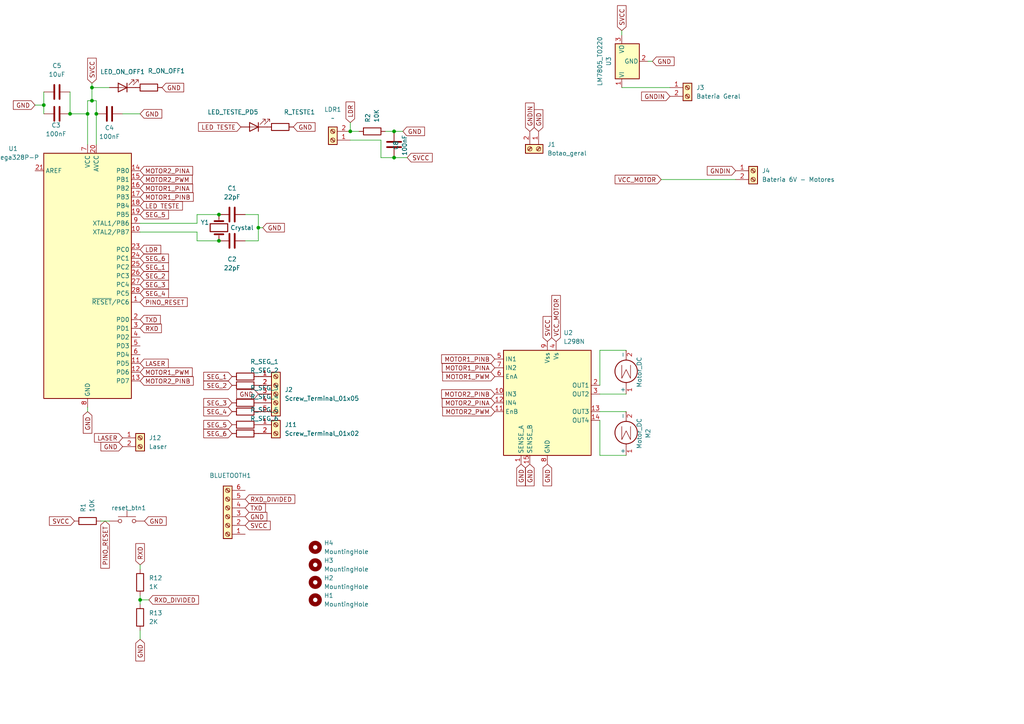
<source format=kicad_sch>
(kicad_sch
	(version 20250114)
	(generator "eeschema")
	(generator_version "9.0")
	(uuid "d7fee4f5-a4bc-4817-b8a7-2dc10e0e44bc")
	(paper "A4")
	(lib_symbols
		(symbol "Connector:Screw_Terminal_01x02"
			(pin_names
				(offset 1.016)
				(hide yes)
			)
			(exclude_from_sim no)
			(in_bom yes)
			(on_board yes)
			(property "Reference" "J"
				(at 0 2.54 0)
				(effects
					(font
						(size 1.27 1.27)
					)
				)
			)
			(property "Value" "Screw_Terminal_01x02"
				(at 0 -5.08 0)
				(effects
					(font
						(size 1.27 1.27)
					)
				)
			)
			(property "Footprint" ""
				(at 0 0 0)
				(effects
					(font
						(size 1.27 1.27)
					)
					(hide yes)
				)
			)
			(property "Datasheet" "~"
				(at 0 0 0)
				(effects
					(font
						(size 1.27 1.27)
					)
					(hide yes)
				)
			)
			(property "Description" "Generic screw terminal, single row, 01x02, script generated (kicad-library-utils/schlib/autogen/connector/)"
				(at 0 0 0)
				(effects
					(font
						(size 1.27 1.27)
					)
					(hide yes)
				)
			)
			(property "ki_keywords" "screw terminal"
				(at 0 0 0)
				(effects
					(font
						(size 1.27 1.27)
					)
					(hide yes)
				)
			)
			(property "ki_fp_filters" "TerminalBlock*:*"
				(at 0 0 0)
				(effects
					(font
						(size 1.27 1.27)
					)
					(hide yes)
				)
			)
			(symbol "Screw_Terminal_01x02_1_1"
				(rectangle
					(start -1.27 1.27)
					(end 1.27 -3.81)
					(stroke
						(width 0.254)
						(type default)
					)
					(fill
						(type background)
					)
				)
				(polyline
					(pts
						(xy -0.5334 0.3302) (xy 0.3302 -0.508)
					)
					(stroke
						(width 0.1524)
						(type default)
					)
					(fill
						(type none)
					)
				)
				(polyline
					(pts
						(xy -0.5334 -2.2098) (xy 0.3302 -3.048)
					)
					(stroke
						(width 0.1524)
						(type default)
					)
					(fill
						(type none)
					)
				)
				(polyline
					(pts
						(xy -0.3556 0.508) (xy 0.508 -0.3302)
					)
					(stroke
						(width 0.1524)
						(type default)
					)
					(fill
						(type none)
					)
				)
				(polyline
					(pts
						(xy -0.3556 -2.032) (xy 0.508 -2.8702)
					)
					(stroke
						(width 0.1524)
						(type default)
					)
					(fill
						(type none)
					)
				)
				(circle
					(center 0 0)
					(radius 0.635)
					(stroke
						(width 0.1524)
						(type default)
					)
					(fill
						(type none)
					)
				)
				(circle
					(center 0 -2.54)
					(radius 0.635)
					(stroke
						(width 0.1524)
						(type default)
					)
					(fill
						(type none)
					)
				)
				(pin passive line
					(at -5.08 0 0)
					(length 3.81)
					(name "Pin_1"
						(effects
							(font
								(size 1.27 1.27)
							)
						)
					)
					(number "1"
						(effects
							(font
								(size 1.27 1.27)
							)
						)
					)
				)
				(pin passive line
					(at -5.08 -2.54 0)
					(length 3.81)
					(name "Pin_2"
						(effects
							(font
								(size 1.27 1.27)
							)
						)
					)
					(number "2"
						(effects
							(font
								(size 1.27 1.27)
							)
						)
					)
				)
			)
			(embedded_fonts no)
		)
		(symbol "Connector:Screw_Terminal_01x05"
			(pin_names
				(offset 1.016)
				(hide yes)
			)
			(exclude_from_sim no)
			(in_bom yes)
			(on_board yes)
			(property "Reference" "J"
				(at 0 7.62 0)
				(effects
					(font
						(size 1.27 1.27)
					)
				)
			)
			(property "Value" "Screw_Terminal_01x05"
				(at 0 -7.62 0)
				(effects
					(font
						(size 1.27 1.27)
					)
				)
			)
			(property "Footprint" ""
				(at 0 0 0)
				(effects
					(font
						(size 1.27 1.27)
					)
					(hide yes)
				)
			)
			(property "Datasheet" "~"
				(at 0 0 0)
				(effects
					(font
						(size 1.27 1.27)
					)
					(hide yes)
				)
			)
			(property "Description" "Generic screw terminal, single row, 01x05, script generated (kicad-library-utils/schlib/autogen/connector/)"
				(at 0 0 0)
				(effects
					(font
						(size 1.27 1.27)
					)
					(hide yes)
				)
			)
			(property "ki_keywords" "screw terminal"
				(at 0 0 0)
				(effects
					(font
						(size 1.27 1.27)
					)
					(hide yes)
				)
			)
			(property "ki_fp_filters" "TerminalBlock*:*"
				(at 0 0 0)
				(effects
					(font
						(size 1.27 1.27)
					)
					(hide yes)
				)
			)
			(symbol "Screw_Terminal_01x05_1_1"
				(rectangle
					(start -1.27 6.35)
					(end 1.27 -6.35)
					(stroke
						(width 0.254)
						(type default)
					)
					(fill
						(type background)
					)
				)
				(polyline
					(pts
						(xy -0.5334 5.4102) (xy 0.3302 4.572)
					)
					(stroke
						(width 0.1524)
						(type default)
					)
					(fill
						(type none)
					)
				)
				(polyline
					(pts
						(xy -0.5334 2.8702) (xy 0.3302 2.032)
					)
					(stroke
						(width 0.1524)
						(type default)
					)
					(fill
						(type none)
					)
				)
				(polyline
					(pts
						(xy -0.5334 0.3302) (xy 0.3302 -0.508)
					)
					(stroke
						(width 0.1524)
						(type default)
					)
					(fill
						(type none)
					)
				)
				(polyline
					(pts
						(xy -0.5334 -2.2098) (xy 0.3302 -3.048)
					)
					(stroke
						(width 0.1524)
						(type default)
					)
					(fill
						(type none)
					)
				)
				(polyline
					(pts
						(xy -0.5334 -4.7498) (xy 0.3302 -5.588)
					)
					(stroke
						(width 0.1524)
						(type default)
					)
					(fill
						(type none)
					)
				)
				(polyline
					(pts
						(xy -0.3556 5.588) (xy 0.508 4.7498)
					)
					(stroke
						(width 0.1524)
						(type default)
					)
					(fill
						(type none)
					)
				)
				(polyline
					(pts
						(xy -0.3556 3.048) (xy 0.508 2.2098)
					)
					(stroke
						(width 0.1524)
						(type default)
					)
					(fill
						(type none)
					)
				)
				(polyline
					(pts
						(xy -0.3556 0.508) (xy 0.508 -0.3302)
					)
					(stroke
						(width 0.1524)
						(type default)
					)
					(fill
						(type none)
					)
				)
				(polyline
					(pts
						(xy -0.3556 -2.032) (xy 0.508 -2.8702)
					)
					(stroke
						(width 0.1524)
						(type default)
					)
					(fill
						(type none)
					)
				)
				(polyline
					(pts
						(xy -0.3556 -4.572) (xy 0.508 -5.4102)
					)
					(stroke
						(width 0.1524)
						(type default)
					)
					(fill
						(type none)
					)
				)
				(circle
					(center 0 5.08)
					(radius 0.635)
					(stroke
						(width 0.1524)
						(type default)
					)
					(fill
						(type none)
					)
				)
				(circle
					(center 0 2.54)
					(radius 0.635)
					(stroke
						(width 0.1524)
						(type default)
					)
					(fill
						(type none)
					)
				)
				(circle
					(center 0 0)
					(radius 0.635)
					(stroke
						(width 0.1524)
						(type default)
					)
					(fill
						(type none)
					)
				)
				(circle
					(center 0 -2.54)
					(radius 0.635)
					(stroke
						(width 0.1524)
						(type default)
					)
					(fill
						(type none)
					)
				)
				(circle
					(center 0 -5.08)
					(radius 0.635)
					(stroke
						(width 0.1524)
						(type default)
					)
					(fill
						(type none)
					)
				)
				(pin passive line
					(at -5.08 5.08 0)
					(length 3.81)
					(name "Pin_1"
						(effects
							(font
								(size 1.27 1.27)
							)
						)
					)
					(number "1"
						(effects
							(font
								(size 1.27 1.27)
							)
						)
					)
				)
				(pin passive line
					(at -5.08 2.54 0)
					(length 3.81)
					(name "Pin_2"
						(effects
							(font
								(size 1.27 1.27)
							)
						)
					)
					(number "2"
						(effects
							(font
								(size 1.27 1.27)
							)
						)
					)
				)
				(pin passive line
					(at -5.08 0 0)
					(length 3.81)
					(name "Pin_3"
						(effects
							(font
								(size 1.27 1.27)
							)
						)
					)
					(number "3"
						(effects
							(font
								(size 1.27 1.27)
							)
						)
					)
				)
				(pin passive line
					(at -5.08 -2.54 0)
					(length 3.81)
					(name "Pin_4"
						(effects
							(font
								(size 1.27 1.27)
							)
						)
					)
					(number "4"
						(effects
							(font
								(size 1.27 1.27)
							)
						)
					)
				)
				(pin passive line
					(at -5.08 -5.08 0)
					(length 3.81)
					(name "Pin_5"
						(effects
							(font
								(size 1.27 1.27)
							)
						)
					)
					(number "5"
						(effects
							(font
								(size 1.27 1.27)
							)
						)
					)
				)
			)
			(embedded_fonts no)
		)
		(symbol "Connector:Screw_Terminal_01x06"
			(pin_names
				(offset 1.016)
				(hide yes)
			)
			(exclude_from_sim no)
			(in_bom yes)
			(on_board yes)
			(property "Reference" "J"
				(at 0 7.62 0)
				(effects
					(font
						(size 1.27 1.27)
					)
				)
			)
			(property "Value" "Screw_Terminal_01x06"
				(at 0 -10.16 0)
				(effects
					(font
						(size 1.27 1.27)
					)
				)
			)
			(property "Footprint" ""
				(at 0 0 0)
				(effects
					(font
						(size 1.27 1.27)
					)
					(hide yes)
				)
			)
			(property "Datasheet" "~"
				(at 0 0 0)
				(effects
					(font
						(size 1.27 1.27)
					)
					(hide yes)
				)
			)
			(property "Description" "Generic screw terminal, single row, 01x06, script generated (kicad-library-utils/schlib/autogen/connector/)"
				(at 0 0 0)
				(effects
					(font
						(size 1.27 1.27)
					)
					(hide yes)
				)
			)
			(property "ki_keywords" "screw terminal"
				(at 0 0 0)
				(effects
					(font
						(size 1.27 1.27)
					)
					(hide yes)
				)
			)
			(property "ki_fp_filters" "TerminalBlock*:*"
				(at 0 0 0)
				(effects
					(font
						(size 1.27 1.27)
					)
					(hide yes)
				)
			)
			(symbol "Screw_Terminal_01x06_1_1"
				(rectangle
					(start -1.27 6.35)
					(end 1.27 -8.89)
					(stroke
						(width 0.254)
						(type default)
					)
					(fill
						(type background)
					)
				)
				(polyline
					(pts
						(xy -0.5334 5.4102) (xy 0.3302 4.572)
					)
					(stroke
						(width 0.1524)
						(type default)
					)
					(fill
						(type none)
					)
				)
				(polyline
					(pts
						(xy -0.5334 2.8702) (xy 0.3302 2.032)
					)
					(stroke
						(width 0.1524)
						(type default)
					)
					(fill
						(type none)
					)
				)
				(polyline
					(pts
						(xy -0.5334 0.3302) (xy 0.3302 -0.508)
					)
					(stroke
						(width 0.1524)
						(type default)
					)
					(fill
						(type none)
					)
				)
				(polyline
					(pts
						(xy -0.5334 -2.2098) (xy 0.3302 -3.048)
					)
					(stroke
						(width 0.1524)
						(type default)
					)
					(fill
						(type none)
					)
				)
				(polyline
					(pts
						(xy -0.5334 -4.7498) (xy 0.3302 -5.588)
					)
					(stroke
						(width 0.1524)
						(type default)
					)
					(fill
						(type none)
					)
				)
				(polyline
					(pts
						(xy -0.5334 -7.2898) (xy 0.3302 -8.128)
					)
					(stroke
						(width 0.1524)
						(type default)
					)
					(fill
						(type none)
					)
				)
				(polyline
					(pts
						(xy -0.3556 5.588) (xy 0.508 4.7498)
					)
					(stroke
						(width 0.1524)
						(type default)
					)
					(fill
						(type none)
					)
				)
				(polyline
					(pts
						(xy -0.3556 3.048) (xy 0.508 2.2098)
					)
					(stroke
						(width 0.1524)
						(type default)
					)
					(fill
						(type none)
					)
				)
				(polyline
					(pts
						(xy -0.3556 0.508) (xy 0.508 -0.3302)
					)
					(stroke
						(width 0.1524)
						(type default)
					)
					(fill
						(type none)
					)
				)
				(polyline
					(pts
						(xy -0.3556 -2.032) (xy 0.508 -2.8702)
					)
					(stroke
						(width 0.1524)
						(type default)
					)
					(fill
						(type none)
					)
				)
				(polyline
					(pts
						(xy -0.3556 -4.572) (xy 0.508 -5.4102)
					)
					(stroke
						(width 0.1524)
						(type default)
					)
					(fill
						(type none)
					)
				)
				(polyline
					(pts
						(xy -0.3556 -7.112) (xy 0.508 -7.9502)
					)
					(stroke
						(width 0.1524)
						(type default)
					)
					(fill
						(type none)
					)
				)
				(circle
					(center 0 5.08)
					(radius 0.635)
					(stroke
						(width 0.1524)
						(type default)
					)
					(fill
						(type none)
					)
				)
				(circle
					(center 0 2.54)
					(radius 0.635)
					(stroke
						(width 0.1524)
						(type default)
					)
					(fill
						(type none)
					)
				)
				(circle
					(center 0 0)
					(radius 0.635)
					(stroke
						(width 0.1524)
						(type default)
					)
					(fill
						(type none)
					)
				)
				(circle
					(center 0 -2.54)
					(radius 0.635)
					(stroke
						(width 0.1524)
						(type default)
					)
					(fill
						(type none)
					)
				)
				(circle
					(center 0 -5.08)
					(radius 0.635)
					(stroke
						(width 0.1524)
						(type default)
					)
					(fill
						(type none)
					)
				)
				(circle
					(center 0 -7.62)
					(radius 0.635)
					(stroke
						(width 0.1524)
						(type default)
					)
					(fill
						(type none)
					)
				)
				(pin passive line
					(at -5.08 5.08 0)
					(length 3.81)
					(name "Pin_1"
						(effects
							(font
								(size 1.27 1.27)
							)
						)
					)
					(number "1"
						(effects
							(font
								(size 1.27 1.27)
							)
						)
					)
				)
				(pin passive line
					(at -5.08 2.54 0)
					(length 3.81)
					(name "Pin_2"
						(effects
							(font
								(size 1.27 1.27)
							)
						)
					)
					(number "2"
						(effects
							(font
								(size 1.27 1.27)
							)
						)
					)
				)
				(pin passive line
					(at -5.08 0 0)
					(length 3.81)
					(name "Pin_3"
						(effects
							(font
								(size 1.27 1.27)
							)
						)
					)
					(number "3"
						(effects
							(font
								(size 1.27 1.27)
							)
						)
					)
				)
				(pin passive line
					(at -5.08 -2.54 0)
					(length 3.81)
					(name "Pin_4"
						(effects
							(font
								(size 1.27 1.27)
							)
						)
					)
					(number "4"
						(effects
							(font
								(size 1.27 1.27)
							)
						)
					)
				)
				(pin passive line
					(at -5.08 -5.08 0)
					(length 3.81)
					(name "Pin_5"
						(effects
							(font
								(size 1.27 1.27)
							)
						)
					)
					(number "5"
						(effects
							(font
								(size 1.27 1.27)
							)
						)
					)
				)
				(pin passive line
					(at -5.08 -7.62 0)
					(length 3.81)
					(name "Pin_6"
						(effects
							(font
								(size 1.27 1.27)
							)
						)
					)
					(number "6"
						(effects
							(font
								(size 1.27 1.27)
							)
						)
					)
				)
			)
			(embedded_fonts no)
		)
		(symbol "Device:C"
			(pin_numbers
				(hide yes)
			)
			(pin_names
				(offset 0.254)
			)
			(exclude_from_sim no)
			(in_bom yes)
			(on_board yes)
			(property "Reference" "C"
				(at 0.635 2.54 0)
				(effects
					(font
						(size 1.27 1.27)
					)
					(justify left)
				)
			)
			(property "Value" "C"
				(at 0.635 -2.54 0)
				(effects
					(font
						(size 1.27 1.27)
					)
					(justify left)
				)
			)
			(property "Footprint" ""
				(at 0.9652 -3.81 0)
				(effects
					(font
						(size 1.27 1.27)
					)
					(hide yes)
				)
			)
			(property "Datasheet" "~"
				(at 0 0 0)
				(effects
					(font
						(size 1.27 1.27)
					)
					(hide yes)
				)
			)
			(property "Description" "Unpolarized capacitor"
				(at 0 0 0)
				(effects
					(font
						(size 1.27 1.27)
					)
					(hide yes)
				)
			)
			(property "ki_keywords" "cap capacitor"
				(at 0 0 0)
				(effects
					(font
						(size 1.27 1.27)
					)
					(hide yes)
				)
			)
			(property "ki_fp_filters" "C_*"
				(at 0 0 0)
				(effects
					(font
						(size 1.27 1.27)
					)
					(hide yes)
				)
			)
			(symbol "C_0_1"
				(polyline
					(pts
						(xy -2.032 0.762) (xy 2.032 0.762)
					)
					(stroke
						(width 0.508)
						(type default)
					)
					(fill
						(type none)
					)
				)
				(polyline
					(pts
						(xy -2.032 -0.762) (xy 2.032 -0.762)
					)
					(stroke
						(width 0.508)
						(type default)
					)
					(fill
						(type none)
					)
				)
			)
			(symbol "C_1_1"
				(pin passive line
					(at 0 3.81 270)
					(length 2.794)
					(name "~"
						(effects
							(font
								(size 1.27 1.27)
							)
						)
					)
					(number "1"
						(effects
							(font
								(size 1.27 1.27)
							)
						)
					)
				)
				(pin passive line
					(at 0 -3.81 90)
					(length 2.794)
					(name "~"
						(effects
							(font
								(size 1.27 1.27)
							)
						)
					)
					(number "2"
						(effects
							(font
								(size 1.27 1.27)
							)
						)
					)
				)
			)
			(embedded_fonts no)
		)
		(symbol "Device:Crystal"
			(pin_numbers
				(hide yes)
			)
			(pin_names
				(offset 1.016)
				(hide yes)
			)
			(exclude_from_sim no)
			(in_bom yes)
			(on_board yes)
			(property "Reference" "Y"
				(at 0 3.81 0)
				(effects
					(font
						(size 1.27 1.27)
					)
				)
			)
			(property "Value" "Crystal"
				(at 0 -3.81 0)
				(effects
					(font
						(size 1.27 1.27)
					)
				)
			)
			(property "Footprint" ""
				(at 0 0 0)
				(effects
					(font
						(size 1.27 1.27)
					)
					(hide yes)
				)
			)
			(property "Datasheet" "~"
				(at 0 0 0)
				(effects
					(font
						(size 1.27 1.27)
					)
					(hide yes)
				)
			)
			(property "Description" "Two pin crystal"
				(at 0 0 0)
				(effects
					(font
						(size 1.27 1.27)
					)
					(hide yes)
				)
			)
			(property "ki_keywords" "quartz ceramic resonator oscillator"
				(at 0 0 0)
				(effects
					(font
						(size 1.27 1.27)
					)
					(hide yes)
				)
			)
			(property "ki_fp_filters" "Crystal*"
				(at 0 0 0)
				(effects
					(font
						(size 1.27 1.27)
					)
					(hide yes)
				)
			)
			(symbol "Crystal_0_1"
				(polyline
					(pts
						(xy -2.54 0) (xy -1.905 0)
					)
					(stroke
						(width 0)
						(type default)
					)
					(fill
						(type none)
					)
				)
				(polyline
					(pts
						(xy -1.905 -1.27) (xy -1.905 1.27)
					)
					(stroke
						(width 0.508)
						(type default)
					)
					(fill
						(type none)
					)
				)
				(rectangle
					(start -1.143 2.54)
					(end 1.143 -2.54)
					(stroke
						(width 0.3048)
						(type default)
					)
					(fill
						(type none)
					)
				)
				(polyline
					(pts
						(xy 1.905 -1.27) (xy 1.905 1.27)
					)
					(stroke
						(width 0.508)
						(type default)
					)
					(fill
						(type none)
					)
				)
				(polyline
					(pts
						(xy 2.54 0) (xy 1.905 0)
					)
					(stroke
						(width 0)
						(type default)
					)
					(fill
						(type none)
					)
				)
			)
			(symbol "Crystal_1_1"
				(pin passive line
					(at -3.81 0 0)
					(length 1.27)
					(name "1"
						(effects
							(font
								(size 1.27 1.27)
							)
						)
					)
					(number "1"
						(effects
							(font
								(size 1.27 1.27)
							)
						)
					)
				)
				(pin passive line
					(at 3.81 0 180)
					(length 1.27)
					(name "2"
						(effects
							(font
								(size 1.27 1.27)
							)
						)
					)
					(number "2"
						(effects
							(font
								(size 1.27 1.27)
							)
						)
					)
				)
			)
			(embedded_fonts no)
		)
		(symbol "Device:LED"
			(pin_numbers
				(hide yes)
			)
			(pin_names
				(offset 1.016)
				(hide yes)
			)
			(exclude_from_sim no)
			(in_bom yes)
			(on_board yes)
			(property "Reference" "D"
				(at 0 2.54 0)
				(effects
					(font
						(size 1.27 1.27)
					)
				)
			)
			(property "Value" "LED"
				(at 0 -2.54 0)
				(effects
					(font
						(size 1.27 1.27)
					)
				)
			)
			(property "Footprint" ""
				(at 0 0 0)
				(effects
					(font
						(size 1.27 1.27)
					)
					(hide yes)
				)
			)
			(property "Datasheet" "~"
				(at 0 0 0)
				(effects
					(font
						(size 1.27 1.27)
					)
					(hide yes)
				)
			)
			(property "Description" "Light emitting diode"
				(at 0 0 0)
				(effects
					(font
						(size 1.27 1.27)
					)
					(hide yes)
				)
			)
			(property "Sim.Pins" "1=K 2=A"
				(at 0 0 0)
				(effects
					(font
						(size 1.27 1.27)
					)
					(hide yes)
				)
			)
			(property "ki_keywords" "LED diode"
				(at 0 0 0)
				(effects
					(font
						(size 1.27 1.27)
					)
					(hide yes)
				)
			)
			(property "ki_fp_filters" "LED* LED_SMD:* LED_THT:*"
				(at 0 0 0)
				(effects
					(font
						(size 1.27 1.27)
					)
					(hide yes)
				)
			)
			(symbol "LED_0_1"
				(polyline
					(pts
						(xy -3.048 -0.762) (xy -4.572 -2.286) (xy -3.81 -2.286) (xy -4.572 -2.286) (xy -4.572 -1.524)
					)
					(stroke
						(width 0)
						(type default)
					)
					(fill
						(type none)
					)
				)
				(polyline
					(pts
						(xy -1.778 -0.762) (xy -3.302 -2.286) (xy -2.54 -2.286) (xy -3.302 -2.286) (xy -3.302 -1.524)
					)
					(stroke
						(width 0)
						(type default)
					)
					(fill
						(type none)
					)
				)
				(polyline
					(pts
						(xy -1.27 0) (xy 1.27 0)
					)
					(stroke
						(width 0)
						(type default)
					)
					(fill
						(type none)
					)
				)
				(polyline
					(pts
						(xy -1.27 -1.27) (xy -1.27 1.27)
					)
					(stroke
						(width 0.254)
						(type default)
					)
					(fill
						(type none)
					)
				)
				(polyline
					(pts
						(xy 1.27 -1.27) (xy 1.27 1.27) (xy -1.27 0) (xy 1.27 -1.27)
					)
					(stroke
						(width 0.254)
						(type default)
					)
					(fill
						(type none)
					)
				)
			)
			(symbol "LED_1_1"
				(pin passive line
					(at -3.81 0 0)
					(length 2.54)
					(name "K"
						(effects
							(font
								(size 1.27 1.27)
							)
						)
					)
					(number "1"
						(effects
							(font
								(size 1.27 1.27)
							)
						)
					)
				)
				(pin passive line
					(at 3.81 0 180)
					(length 2.54)
					(name "A"
						(effects
							(font
								(size 1.27 1.27)
							)
						)
					)
					(number "2"
						(effects
							(font
								(size 1.27 1.27)
							)
						)
					)
				)
			)
			(embedded_fonts no)
		)
		(symbol "Device:R"
			(pin_numbers
				(hide yes)
			)
			(pin_names
				(offset 0)
			)
			(exclude_from_sim no)
			(in_bom yes)
			(on_board yes)
			(property "Reference" "R"
				(at 2.032 0 90)
				(effects
					(font
						(size 1.27 1.27)
					)
				)
			)
			(property "Value" "R"
				(at 0 0 90)
				(effects
					(font
						(size 1.27 1.27)
					)
				)
			)
			(property "Footprint" ""
				(at -1.778 0 90)
				(effects
					(font
						(size 1.27 1.27)
					)
					(hide yes)
				)
			)
			(property "Datasheet" "~"
				(at 0 0 0)
				(effects
					(font
						(size 1.27 1.27)
					)
					(hide yes)
				)
			)
			(property "Description" "Resistor"
				(at 0 0 0)
				(effects
					(font
						(size 1.27 1.27)
					)
					(hide yes)
				)
			)
			(property "ki_keywords" "R res resistor"
				(at 0 0 0)
				(effects
					(font
						(size 1.27 1.27)
					)
					(hide yes)
				)
			)
			(property "ki_fp_filters" "R_*"
				(at 0 0 0)
				(effects
					(font
						(size 1.27 1.27)
					)
					(hide yes)
				)
			)
			(symbol "R_0_1"
				(rectangle
					(start -1.016 -2.54)
					(end 1.016 2.54)
					(stroke
						(width 0.254)
						(type default)
					)
					(fill
						(type none)
					)
				)
			)
			(symbol "R_1_1"
				(pin passive line
					(at 0 3.81 270)
					(length 1.27)
					(name "~"
						(effects
							(font
								(size 1.27 1.27)
							)
						)
					)
					(number "1"
						(effects
							(font
								(size 1.27 1.27)
							)
						)
					)
				)
				(pin passive line
					(at 0 -3.81 90)
					(length 1.27)
					(name "~"
						(effects
							(font
								(size 1.27 1.27)
							)
						)
					)
					(number "2"
						(effects
							(font
								(size 1.27 1.27)
							)
						)
					)
				)
			)
			(embedded_fonts no)
		)
		(symbol "Driver_Motor:L298N"
			(exclude_from_sim no)
			(in_bom yes)
			(on_board yes)
			(property "Reference" "U"
				(at -10.16 16.51 0)
				(effects
					(font
						(size 1.27 1.27)
					)
					(justify right)
				)
			)
			(property "Value" "L298N"
				(at 12.7 16.51 0)
				(effects
					(font
						(size 1.27 1.27)
					)
					(justify right)
				)
			)
			(property "Footprint" "Package_TO_SOT_THT:TO-220-15_P2.54x5.08mm_StaggerOdd_Lead4.58mm_Vertical"
				(at 1.27 -16.51 0)
				(effects
					(font
						(size 1.27 1.27)
					)
					(justify left)
					(hide yes)
				)
			)
			(property "Datasheet" "http://www.st.com/st-web-ui/static/active/en/resource/technical/document/datasheet/CD00000240.pdf"
				(at 3.81 6.35 0)
				(effects
					(font
						(size 1.27 1.27)
					)
					(hide yes)
				)
			)
			(property "Description" "Dual full bridge motor driver, up to 46V, 4A, Multiwatt15-V"
				(at 0 0 0)
				(effects
					(font
						(size 1.27 1.27)
					)
					(hide yes)
				)
			)
			(property "ki_keywords" "H-bridge motor driver"
				(at 0 0 0)
				(effects
					(font
						(size 1.27 1.27)
					)
					(hide yes)
				)
			)
			(property "ki_fp_filters" "TO?220*StaggerOdd*Vertical*"
				(at 0 0 0)
				(effects
					(font
						(size 1.27 1.27)
					)
					(hide yes)
				)
			)
			(symbol "L298N_0_1"
				(rectangle
					(start -12.7 15.24)
					(end 12.7 -15.24)
					(stroke
						(width 0.254)
						(type default)
					)
					(fill
						(type background)
					)
				)
			)
			(symbol "L298N_1_1"
				(pin input line
					(at -15.24 12.7 0)
					(length 2.54)
					(name "IN1"
						(effects
							(font
								(size 1.27 1.27)
							)
						)
					)
					(number "5"
						(effects
							(font
								(size 1.27 1.27)
							)
						)
					)
				)
				(pin input line
					(at -15.24 10.16 0)
					(length 2.54)
					(name "IN2"
						(effects
							(font
								(size 1.27 1.27)
							)
						)
					)
					(number "7"
						(effects
							(font
								(size 1.27 1.27)
							)
						)
					)
				)
				(pin input line
					(at -15.24 7.62 0)
					(length 2.54)
					(name "EnA"
						(effects
							(font
								(size 1.27 1.27)
							)
						)
					)
					(number "6"
						(effects
							(font
								(size 1.27 1.27)
							)
						)
					)
				)
				(pin input line
					(at -15.24 2.54 0)
					(length 2.54)
					(name "IN3"
						(effects
							(font
								(size 1.27 1.27)
							)
						)
					)
					(number "10"
						(effects
							(font
								(size 1.27 1.27)
							)
						)
					)
				)
				(pin input line
					(at -15.24 0 0)
					(length 2.54)
					(name "IN4"
						(effects
							(font
								(size 1.27 1.27)
							)
						)
					)
					(number "12"
						(effects
							(font
								(size 1.27 1.27)
							)
						)
					)
				)
				(pin input line
					(at -15.24 -2.54 0)
					(length 2.54)
					(name "EnB"
						(effects
							(font
								(size 1.27 1.27)
							)
						)
					)
					(number "11"
						(effects
							(font
								(size 1.27 1.27)
							)
						)
					)
				)
				(pin input line
					(at -7.62 -17.78 90)
					(length 2.54)
					(name "SENSE_A"
						(effects
							(font
								(size 1.27 1.27)
							)
						)
					)
					(number "1"
						(effects
							(font
								(size 1.27 1.27)
							)
						)
					)
				)
				(pin input line
					(at -5.08 -17.78 90)
					(length 2.54)
					(name "SENSE_B"
						(effects
							(font
								(size 1.27 1.27)
							)
						)
					)
					(number "15"
						(effects
							(font
								(size 1.27 1.27)
							)
						)
					)
				)
				(pin power_in line
					(at 0 17.78 270)
					(length 2.54)
					(name "Vss"
						(effects
							(font
								(size 1.27 1.27)
							)
						)
					)
					(number "9"
						(effects
							(font
								(size 1.27 1.27)
							)
						)
					)
				)
				(pin power_in line
					(at 0 -17.78 90)
					(length 2.54)
					(name "GND"
						(effects
							(font
								(size 1.27 1.27)
							)
						)
					)
					(number "8"
						(effects
							(font
								(size 1.27 1.27)
							)
						)
					)
				)
				(pin power_in line
					(at 2.54 17.78 270)
					(length 2.54)
					(name "Vs"
						(effects
							(font
								(size 1.27 1.27)
							)
						)
					)
					(number "4"
						(effects
							(font
								(size 1.27 1.27)
							)
						)
					)
				)
				(pin output line
					(at 15.24 5.08 180)
					(length 2.54)
					(name "OUT1"
						(effects
							(font
								(size 1.27 1.27)
							)
						)
					)
					(number "2"
						(effects
							(font
								(size 1.27 1.27)
							)
						)
					)
				)
				(pin output line
					(at 15.24 2.54 180)
					(length 2.54)
					(name "OUT2"
						(effects
							(font
								(size 1.27 1.27)
							)
						)
					)
					(number "3"
						(effects
							(font
								(size 1.27 1.27)
							)
						)
					)
				)
				(pin output line
					(at 15.24 -2.54 180)
					(length 2.54)
					(name "OUT3"
						(effects
							(font
								(size 1.27 1.27)
							)
						)
					)
					(number "13"
						(effects
							(font
								(size 1.27 1.27)
							)
						)
					)
				)
				(pin output line
					(at 15.24 -5.08 180)
					(length 2.54)
					(name "OUT4"
						(effects
							(font
								(size 1.27 1.27)
							)
						)
					)
					(number "14"
						(effects
							(font
								(size 1.27 1.27)
							)
						)
					)
				)
			)
			(embedded_fonts no)
		)
		(symbol "MCU_Microchip_ATmega:ATmega328P-P"
			(exclude_from_sim no)
			(in_bom yes)
			(on_board yes)
			(property "Reference" "U"
				(at -12.7 36.83 0)
				(effects
					(font
						(size 1.27 1.27)
					)
					(justify left bottom)
				)
			)
			(property "Value" "ATmega328P-P"
				(at 2.54 -36.83 0)
				(effects
					(font
						(size 1.27 1.27)
					)
					(justify left top)
				)
			)
			(property "Footprint" "Package_DIP:DIP-28_W7.62mm"
				(at 0 0 0)
				(effects
					(font
						(size 1.27 1.27)
						(italic yes)
					)
					(hide yes)
				)
			)
			(property "Datasheet" "http://ww1.microchip.com/downloads/en/DeviceDoc/ATmega328_P%20AVR%20MCU%20with%20picoPower%20Technology%20Data%20Sheet%2040001984A.pdf"
				(at 0 0 0)
				(effects
					(font
						(size 1.27 1.27)
					)
					(hide yes)
				)
			)
			(property "Description" "20MHz, 32kB Flash, 2kB SRAM, 1kB EEPROM, DIP-28"
				(at 0 0 0)
				(effects
					(font
						(size 1.27 1.27)
					)
					(hide yes)
				)
			)
			(property "ki_keywords" "AVR 8bit Microcontroller MegaAVR PicoPower"
				(at 0 0 0)
				(effects
					(font
						(size 1.27 1.27)
					)
					(hide yes)
				)
			)
			(property "ki_fp_filters" "DIP*W7.62mm*"
				(at 0 0 0)
				(effects
					(font
						(size 1.27 1.27)
					)
					(hide yes)
				)
			)
			(symbol "ATmega328P-P_0_1"
				(rectangle
					(start -12.7 -35.56)
					(end 12.7 35.56)
					(stroke
						(width 0.254)
						(type default)
					)
					(fill
						(type background)
					)
				)
			)
			(symbol "ATmega328P-P_1_1"
				(pin passive line
					(at -15.24 30.48 0)
					(length 2.54)
					(name "AREF"
						(effects
							(font
								(size 1.27 1.27)
							)
						)
					)
					(number "21"
						(effects
							(font
								(size 1.27 1.27)
							)
						)
					)
				)
				(pin power_in line
					(at 0 38.1 270)
					(length 2.54)
					(name "VCC"
						(effects
							(font
								(size 1.27 1.27)
							)
						)
					)
					(number "7"
						(effects
							(font
								(size 1.27 1.27)
							)
						)
					)
				)
				(pin passive line
					(at 0 -38.1 90)
					(length 2.54)
					(hide yes)
					(name "GND"
						(effects
							(font
								(size 1.27 1.27)
							)
						)
					)
					(number "22"
						(effects
							(font
								(size 1.27 1.27)
							)
						)
					)
				)
				(pin power_in line
					(at 0 -38.1 90)
					(length 2.54)
					(name "GND"
						(effects
							(font
								(size 1.27 1.27)
							)
						)
					)
					(number "8"
						(effects
							(font
								(size 1.27 1.27)
							)
						)
					)
				)
				(pin power_in line
					(at 2.54 38.1 270)
					(length 2.54)
					(name "AVCC"
						(effects
							(font
								(size 1.27 1.27)
							)
						)
					)
					(number "20"
						(effects
							(font
								(size 1.27 1.27)
							)
						)
					)
				)
				(pin bidirectional line
					(at 15.24 30.48 180)
					(length 2.54)
					(name "PB0"
						(effects
							(font
								(size 1.27 1.27)
							)
						)
					)
					(number "14"
						(effects
							(font
								(size 1.27 1.27)
							)
						)
					)
				)
				(pin bidirectional line
					(at 15.24 27.94 180)
					(length 2.54)
					(name "PB1"
						(effects
							(font
								(size 1.27 1.27)
							)
						)
					)
					(number "15"
						(effects
							(font
								(size 1.27 1.27)
							)
						)
					)
				)
				(pin bidirectional line
					(at 15.24 25.4 180)
					(length 2.54)
					(name "PB2"
						(effects
							(font
								(size 1.27 1.27)
							)
						)
					)
					(number "16"
						(effects
							(font
								(size 1.27 1.27)
							)
						)
					)
				)
				(pin bidirectional line
					(at 15.24 22.86 180)
					(length 2.54)
					(name "PB3"
						(effects
							(font
								(size 1.27 1.27)
							)
						)
					)
					(number "17"
						(effects
							(font
								(size 1.27 1.27)
							)
						)
					)
				)
				(pin bidirectional line
					(at 15.24 20.32 180)
					(length 2.54)
					(name "PB4"
						(effects
							(font
								(size 1.27 1.27)
							)
						)
					)
					(number "18"
						(effects
							(font
								(size 1.27 1.27)
							)
						)
					)
				)
				(pin bidirectional line
					(at 15.24 17.78 180)
					(length 2.54)
					(name "PB5"
						(effects
							(font
								(size 1.27 1.27)
							)
						)
					)
					(number "19"
						(effects
							(font
								(size 1.27 1.27)
							)
						)
					)
				)
				(pin bidirectional line
					(at 15.24 15.24 180)
					(length 2.54)
					(name "XTAL1/PB6"
						(effects
							(font
								(size 1.27 1.27)
							)
						)
					)
					(number "9"
						(effects
							(font
								(size 1.27 1.27)
							)
						)
					)
				)
				(pin bidirectional line
					(at 15.24 12.7 180)
					(length 2.54)
					(name "XTAL2/PB7"
						(effects
							(font
								(size 1.27 1.27)
							)
						)
					)
					(number "10"
						(effects
							(font
								(size 1.27 1.27)
							)
						)
					)
				)
				(pin bidirectional line
					(at 15.24 7.62 180)
					(length 2.54)
					(name "PC0"
						(effects
							(font
								(size 1.27 1.27)
							)
						)
					)
					(number "23"
						(effects
							(font
								(size 1.27 1.27)
							)
						)
					)
				)
				(pin bidirectional line
					(at 15.24 5.08 180)
					(length 2.54)
					(name "PC1"
						(effects
							(font
								(size 1.27 1.27)
							)
						)
					)
					(number "24"
						(effects
							(font
								(size 1.27 1.27)
							)
						)
					)
				)
				(pin bidirectional line
					(at 15.24 2.54 180)
					(length 2.54)
					(name "PC2"
						(effects
							(font
								(size 1.27 1.27)
							)
						)
					)
					(number "25"
						(effects
							(font
								(size 1.27 1.27)
							)
						)
					)
				)
				(pin bidirectional line
					(at 15.24 0 180)
					(length 2.54)
					(name "PC3"
						(effects
							(font
								(size 1.27 1.27)
							)
						)
					)
					(number "26"
						(effects
							(font
								(size 1.27 1.27)
							)
						)
					)
				)
				(pin bidirectional line
					(at 15.24 -2.54 180)
					(length 2.54)
					(name "PC4"
						(effects
							(font
								(size 1.27 1.27)
							)
						)
					)
					(number "27"
						(effects
							(font
								(size 1.27 1.27)
							)
						)
					)
				)
				(pin bidirectional line
					(at 15.24 -5.08 180)
					(length 2.54)
					(name "PC5"
						(effects
							(font
								(size 1.27 1.27)
							)
						)
					)
					(number "28"
						(effects
							(font
								(size 1.27 1.27)
							)
						)
					)
				)
				(pin bidirectional line
					(at 15.24 -7.62 180)
					(length 2.54)
					(name "~{RESET}/PC6"
						(effects
							(font
								(size 1.27 1.27)
							)
						)
					)
					(number "1"
						(effects
							(font
								(size 1.27 1.27)
							)
						)
					)
				)
				(pin bidirectional line
					(at 15.24 -12.7 180)
					(length 2.54)
					(name "PD0"
						(effects
							(font
								(size 1.27 1.27)
							)
						)
					)
					(number "2"
						(effects
							(font
								(size 1.27 1.27)
							)
						)
					)
				)
				(pin bidirectional line
					(at 15.24 -15.24 180)
					(length 2.54)
					(name "PD1"
						(effects
							(font
								(size 1.27 1.27)
							)
						)
					)
					(number "3"
						(effects
							(font
								(size 1.27 1.27)
							)
						)
					)
				)
				(pin bidirectional line
					(at 15.24 -17.78 180)
					(length 2.54)
					(name "PD2"
						(effects
							(font
								(size 1.27 1.27)
							)
						)
					)
					(number "4"
						(effects
							(font
								(size 1.27 1.27)
							)
						)
					)
				)
				(pin bidirectional line
					(at 15.24 -20.32 180)
					(length 2.54)
					(name "PD3"
						(effects
							(font
								(size 1.27 1.27)
							)
						)
					)
					(number "5"
						(effects
							(font
								(size 1.27 1.27)
							)
						)
					)
				)
				(pin bidirectional line
					(at 15.24 -22.86 180)
					(length 2.54)
					(name "PD4"
						(effects
							(font
								(size 1.27 1.27)
							)
						)
					)
					(number "6"
						(effects
							(font
								(size 1.27 1.27)
							)
						)
					)
				)
				(pin bidirectional line
					(at 15.24 -25.4 180)
					(length 2.54)
					(name "PD5"
						(effects
							(font
								(size 1.27 1.27)
							)
						)
					)
					(number "11"
						(effects
							(font
								(size 1.27 1.27)
							)
						)
					)
				)
				(pin bidirectional line
					(at 15.24 -27.94 180)
					(length 2.54)
					(name "PD6"
						(effects
							(font
								(size 1.27 1.27)
							)
						)
					)
					(number "12"
						(effects
							(font
								(size 1.27 1.27)
							)
						)
					)
				)
				(pin bidirectional line
					(at 15.24 -30.48 180)
					(length 2.54)
					(name "PD7"
						(effects
							(font
								(size 1.27 1.27)
							)
						)
					)
					(number "13"
						(effects
							(font
								(size 1.27 1.27)
							)
						)
					)
				)
			)
			(embedded_fonts no)
		)
		(symbol "Mechanical:MountingHole"
			(pin_names
				(offset 1.016)
			)
			(exclude_from_sim no)
			(in_bom no)
			(on_board yes)
			(property "Reference" "H"
				(at 0 5.08 0)
				(effects
					(font
						(size 1.27 1.27)
					)
				)
			)
			(property "Value" "MountingHole"
				(at 0 3.175 0)
				(effects
					(font
						(size 1.27 1.27)
					)
				)
			)
			(property "Footprint" ""
				(at 0 0 0)
				(effects
					(font
						(size 1.27 1.27)
					)
					(hide yes)
				)
			)
			(property "Datasheet" "~"
				(at 0 0 0)
				(effects
					(font
						(size 1.27 1.27)
					)
					(hide yes)
				)
			)
			(property "Description" "Mounting Hole without connection"
				(at 0 0 0)
				(effects
					(font
						(size 1.27 1.27)
					)
					(hide yes)
				)
			)
			(property "ki_keywords" "mounting hole"
				(at 0 0 0)
				(effects
					(font
						(size 1.27 1.27)
					)
					(hide yes)
				)
			)
			(property "ki_fp_filters" "MountingHole*"
				(at 0 0 0)
				(effects
					(font
						(size 1.27 1.27)
					)
					(hide yes)
				)
			)
			(symbol "MountingHole_0_1"
				(circle
					(center 0 0)
					(radius 1.27)
					(stroke
						(width 1.27)
						(type default)
					)
					(fill
						(type none)
					)
				)
			)
			(embedded_fonts no)
		)
		(symbol "Motor:Motor_DC"
			(pin_names
				(offset 0)
			)
			(exclude_from_sim no)
			(in_bom yes)
			(on_board yes)
			(property "Reference" "M"
				(at 2.54 2.54 0)
				(effects
					(font
						(size 1.27 1.27)
					)
					(justify left)
				)
			)
			(property "Value" "Motor_DC"
				(at 2.54 -5.08 0)
				(effects
					(font
						(size 1.27 1.27)
					)
					(justify left top)
				)
			)
			(property "Footprint" ""
				(at 0 -2.286 0)
				(effects
					(font
						(size 1.27 1.27)
					)
					(hide yes)
				)
			)
			(property "Datasheet" "~"
				(at 0 -2.286 0)
				(effects
					(font
						(size 1.27 1.27)
					)
					(hide yes)
				)
			)
			(property "Description" "DC Motor"
				(at 0 0 0)
				(effects
					(font
						(size 1.27 1.27)
					)
					(hide yes)
				)
			)
			(property "ki_keywords" "DC Motor"
				(at 0 0 0)
				(effects
					(font
						(size 1.27 1.27)
					)
					(hide yes)
				)
			)
			(property "ki_fp_filters" "PinHeader*P2.54mm* TerminalBlock*"
				(at 0 0 0)
				(effects
					(font
						(size 1.27 1.27)
					)
					(hide yes)
				)
			)
			(symbol "Motor_DC_0_0"
				(polyline
					(pts
						(xy -1.27 -3.302) (xy -1.27 0.508) (xy 0 -2.032) (xy 1.27 0.508) (xy 1.27 -3.302)
					)
					(stroke
						(width 0)
						(type default)
					)
					(fill
						(type none)
					)
				)
			)
			(symbol "Motor_DC_0_1"
				(polyline
					(pts
						(xy 0 2.032) (xy 0 2.54)
					)
					(stroke
						(width 0)
						(type default)
					)
					(fill
						(type none)
					)
				)
				(polyline
					(pts
						(xy 0 1.7272) (xy 0 2.0828)
					)
					(stroke
						(width 0)
						(type default)
					)
					(fill
						(type none)
					)
				)
				(circle
					(center 0 -1.524)
					(radius 3.2512)
					(stroke
						(width 0.254)
						(type default)
					)
					(fill
						(type none)
					)
				)
				(polyline
					(pts
						(xy 0 -4.7752) (xy 0 -5.1816)
					)
					(stroke
						(width 0)
						(type default)
					)
					(fill
						(type none)
					)
				)
				(polyline
					(pts
						(xy 0 -7.62) (xy 0 -7.112)
					)
					(stroke
						(width 0)
						(type default)
					)
					(fill
						(type none)
					)
				)
			)
			(symbol "Motor_DC_1_1"
				(pin passive line
					(at 0 5.08 270)
					(length 2.54)
					(name "+"
						(effects
							(font
								(size 1.27 1.27)
							)
						)
					)
					(number "1"
						(effects
							(font
								(size 1.27 1.27)
							)
						)
					)
				)
				(pin passive line
					(at 0 -7.62 90)
					(length 2.54)
					(name "-"
						(effects
							(font
								(size 1.27 1.27)
							)
						)
					)
					(number "2"
						(effects
							(font
								(size 1.27 1.27)
							)
						)
					)
				)
			)
			(embedded_fonts no)
		)
		(symbol "Regulator_Linear:LM7805_TO220"
			(pin_names
				(offset 0.254)
			)
			(exclude_from_sim no)
			(in_bom yes)
			(on_board yes)
			(property "Reference" "U"
				(at -3.81 3.175 0)
				(effects
					(font
						(size 1.27 1.27)
					)
				)
			)
			(property "Value" "LM7805_TO220"
				(at 0 3.175 0)
				(effects
					(font
						(size 1.27 1.27)
					)
					(justify left)
				)
			)
			(property "Footprint" "Package_TO_SOT_THT:TO-220-3_Vertical"
				(at 0 5.715 0)
				(effects
					(font
						(size 1.27 1.27)
						(italic yes)
					)
					(hide yes)
				)
			)
			(property "Datasheet" "https://www.onsemi.cn/PowerSolutions/document/MC7800-D.PDF"
				(at 0 -1.27 0)
				(effects
					(font
						(size 1.27 1.27)
					)
					(hide yes)
				)
			)
			(property "Description" "Positive 1A 35V Linear Regulator, Fixed Output 5V, TO-220"
				(at 0 0 0)
				(effects
					(font
						(size 1.27 1.27)
					)
					(hide yes)
				)
			)
			(property "ki_keywords" "Voltage Regulator 1A Positive"
				(at 0 0 0)
				(effects
					(font
						(size 1.27 1.27)
					)
					(hide yes)
				)
			)
			(property "ki_fp_filters" "TO?220*"
				(at 0 0 0)
				(effects
					(font
						(size 1.27 1.27)
					)
					(hide yes)
				)
			)
			(symbol "LM7805_TO220_0_1"
				(rectangle
					(start -5.08 1.905)
					(end 5.08 -5.08)
					(stroke
						(width 0.254)
						(type default)
					)
					(fill
						(type background)
					)
				)
			)
			(symbol "LM7805_TO220_1_1"
				(pin power_in line
					(at -7.62 0 0)
					(length 2.54)
					(name "VI"
						(effects
							(font
								(size 1.27 1.27)
							)
						)
					)
					(number "1"
						(effects
							(font
								(size 1.27 1.27)
							)
						)
					)
				)
				(pin power_in line
					(at 0 -7.62 90)
					(length 2.54)
					(name "GND"
						(effects
							(font
								(size 1.27 1.27)
							)
						)
					)
					(number "2"
						(effects
							(font
								(size 1.27 1.27)
							)
						)
					)
				)
				(pin power_out line
					(at 7.62 0 180)
					(length 2.54)
					(name "VO"
						(effects
							(font
								(size 1.27 1.27)
							)
						)
					)
					(number "3"
						(effects
							(font
								(size 1.27 1.27)
							)
						)
					)
				)
			)
			(embedded_fonts no)
		)
		(symbol "Switch:SW_Push"
			(pin_numbers
				(hide yes)
			)
			(pin_names
				(offset 1.016)
				(hide yes)
			)
			(exclude_from_sim no)
			(in_bom yes)
			(on_board yes)
			(property "Reference" "SW"
				(at 1.27 2.54 0)
				(effects
					(font
						(size 1.27 1.27)
					)
					(justify left)
				)
			)
			(property "Value" "SW_Push"
				(at 0 -1.524 0)
				(effects
					(font
						(size 1.27 1.27)
					)
				)
			)
			(property "Footprint" ""
				(at 0 5.08 0)
				(effects
					(font
						(size 1.27 1.27)
					)
					(hide yes)
				)
			)
			(property "Datasheet" "~"
				(at 0 5.08 0)
				(effects
					(font
						(size 1.27 1.27)
					)
					(hide yes)
				)
			)
			(property "Description" "Push button switch, generic, two pins"
				(at 0 0 0)
				(effects
					(font
						(size 1.27 1.27)
					)
					(hide yes)
				)
			)
			(property "ki_keywords" "switch normally-open pushbutton push-button"
				(at 0 0 0)
				(effects
					(font
						(size 1.27 1.27)
					)
					(hide yes)
				)
			)
			(symbol "SW_Push_0_1"
				(circle
					(center -2.032 0)
					(radius 0.508)
					(stroke
						(width 0)
						(type default)
					)
					(fill
						(type none)
					)
				)
				(polyline
					(pts
						(xy 0 1.27) (xy 0 3.048)
					)
					(stroke
						(width 0)
						(type default)
					)
					(fill
						(type none)
					)
				)
				(circle
					(center 2.032 0)
					(radius 0.508)
					(stroke
						(width 0)
						(type default)
					)
					(fill
						(type none)
					)
				)
				(polyline
					(pts
						(xy 2.54 1.27) (xy -2.54 1.27)
					)
					(stroke
						(width 0)
						(type default)
					)
					(fill
						(type none)
					)
				)
				(pin passive line
					(at -5.08 0 0)
					(length 2.54)
					(name "1"
						(effects
							(font
								(size 1.27 1.27)
							)
						)
					)
					(number "1"
						(effects
							(font
								(size 1.27 1.27)
							)
						)
					)
				)
				(pin passive line
					(at 5.08 0 180)
					(length 2.54)
					(name "2"
						(effects
							(font
								(size 1.27 1.27)
							)
						)
					)
					(number "2"
						(effects
							(font
								(size 1.27 1.27)
							)
						)
					)
				)
			)
			(embedded_fonts no)
		)
	)
	(junction
		(at 26.67 25.4)
		(diameter 0)
		(color 0 0 0 0)
		(uuid "13f2581e-d3e0-4afe-aa08-9bc0e73d8362")
	)
	(junction
		(at 27.94 33.02)
		(diameter 0)
		(color 0 0 0 0)
		(uuid "1443a024-7105-43cb-ac75-a70184ff3a2d")
	)
	(junction
		(at 114.3 38.1)
		(diameter 0)
		(color 0 0 0 0)
		(uuid "16525dff-4d41-4858-8f7d-e46165198582")
	)
	(junction
		(at 63.5 69.85)
		(diameter 0)
		(color 0 0 0 0)
		(uuid "185387cb-4282-43e7-b115-7aeca4fcc7ec")
	)
	(junction
		(at 20.32 33.02)
		(diameter 0)
		(color 0 0 0 0)
		(uuid "6dd18780-f778-4423-9106-6d1e214a7b38")
	)
	(junction
		(at 25.4 33.02)
		(diameter 0)
		(color 0 0 0 0)
		(uuid "71a2aad1-f3e5-44f6-b46e-1704646eae65")
	)
	(junction
		(at 40.64 173.99)
		(diameter 0)
		(color 0 0 0 0)
		(uuid "809d4a76-06c5-4395-b0df-968636587149")
	)
	(junction
		(at 63.5 62.23)
		(diameter 0)
		(color 0 0 0 0)
		(uuid "9f24ea24-7352-439a-8a9b-749e4f90183c")
	)
	(junction
		(at 26.67 29.21)
		(diameter 0)
		(color 0 0 0 0)
		(uuid "b7b0a5d2-2aff-4b6b-ab98-4f1a9e905f52")
	)
	(junction
		(at 101.6 38.1)
		(diameter 0)
		(color 0 0 0 0)
		(uuid "bc0b05e6-ad05-4c8c-b575-8703aa189f36")
	)
	(junction
		(at 114.3 45.72)
		(diameter 0)
		(color 0 0 0 0)
		(uuid "dba70bb8-7e0a-4651-8356-eb6ac7da8d01")
	)
	(junction
		(at 74.93 66.04)
		(diameter 0)
		(color 0 0 0 0)
		(uuid "e18fc028-52b6-4046-8c33-7886641df39c")
	)
	(junction
		(at 12.7 30.48)
		(diameter 0)
		(color 0 0 0 0)
		(uuid "f9ab2d49-a729-40a5-bbe3-879872d3515c")
	)
	(wire
		(pts
			(xy 173.99 119.38) (xy 181.61 119.38)
		)
		(stroke
			(width 0)
			(type default)
		)
		(uuid "05eb3aca-1c5f-486d-886a-d72c09bb42d2")
	)
	(wire
		(pts
			(xy 25.4 33.02) (xy 25.4 41.91)
		)
		(stroke
			(width 0)
			(type default)
		)
		(uuid "20496131-ff76-4259-9d19-90b78ceae74f")
	)
	(wire
		(pts
			(xy 173.99 132.08) (xy 181.61 132.08)
		)
		(stroke
			(width 0)
			(type default)
		)
		(uuid "23232d94-42ec-4205-9243-1cfba973833d")
	)
	(wire
		(pts
			(xy 20.32 26.67) (xy 20.32 33.02)
		)
		(stroke
			(width 0)
			(type default)
		)
		(uuid "2710d8c8-b3a3-4502-aa20-d40035fc8a28")
	)
	(wire
		(pts
			(xy 173.99 111.76) (xy 173.99 101.6)
		)
		(stroke
			(width 0)
			(type default)
		)
		(uuid "27d791e5-e77f-40c3-ada3-6339543f7978")
	)
	(wire
		(pts
			(xy 180.34 8.89) (xy 180.34 10.16)
		)
		(stroke
			(width 0)
			(type default)
		)
		(uuid "2cda2f68-ac00-429f-a041-0d4f2f050ac3")
	)
	(wire
		(pts
			(xy 12.7 26.67) (xy 12.7 30.48)
		)
		(stroke
			(width 0)
			(type default)
		)
		(uuid "31461f98-00e3-44a2-82f7-6f106acf231f")
	)
	(wire
		(pts
			(xy 40.64 172.72) (xy 40.64 173.99)
		)
		(stroke
			(width 0)
			(type default)
		)
		(uuid "3268b839-865b-4272-9f32-3668b62fdf82")
	)
	(wire
		(pts
			(xy 12.7 30.48) (xy 12.7 33.02)
		)
		(stroke
			(width 0)
			(type default)
		)
		(uuid "3824292e-c049-4bb4-9ce2-280b5645b10f")
	)
	(wire
		(pts
			(xy 114.3 45.72) (xy 118.11 45.72)
		)
		(stroke
			(width 0)
			(type default)
		)
		(uuid "3c19e54b-a703-41f8-b0ac-d1f82b7ccab5")
	)
	(wire
		(pts
			(xy 35.56 33.02) (xy 40.64 33.02)
		)
		(stroke
			(width 0)
			(type default)
		)
		(uuid "3c9c8fa3-e966-4c37-bae5-554d02f2958a")
	)
	(wire
		(pts
			(xy 27.94 33.02) (xy 27.94 41.91)
		)
		(stroke
			(width 0)
			(type default)
		)
		(uuid "43111b71-88e3-4517-bd99-78d0ad87cf00")
	)
	(wire
		(pts
			(xy 74.93 62.23) (xy 74.93 66.04)
		)
		(stroke
			(width 0)
			(type default)
		)
		(uuid "4665e4f5-2fc7-4fd0-9c54-a6ab1696145f")
	)
	(wire
		(pts
			(xy 114.3 38.1) (xy 116.84 38.1)
		)
		(stroke
			(width 0)
			(type default)
		)
		(uuid "4cb85432-5083-422b-a023-9bb1e7f6819f")
	)
	(wire
		(pts
			(xy 110.49 45.72) (xy 114.3 45.72)
		)
		(stroke
			(width 0)
			(type default)
		)
		(uuid "52836e18-cdbb-42f3-b471-cd8c8b2e27d1")
	)
	(wire
		(pts
			(xy 57.15 67.31) (xy 40.64 67.31)
		)
		(stroke
			(width 0)
			(type default)
		)
		(uuid "5286e821-e0a7-4d66-aa5a-39f32b9c2d9a")
	)
	(wire
		(pts
			(xy 26.67 25.4) (xy 31.75 25.4)
		)
		(stroke
			(width 0)
			(type default)
		)
		(uuid "52e5aafd-6570-466c-8bed-8ec217da80b2")
	)
	(wire
		(pts
			(xy 27.94 29.21) (xy 27.94 33.02)
		)
		(stroke
			(width 0)
			(type default)
		)
		(uuid "551a11fb-1c61-42c7-8f9e-236c11aaaf93")
	)
	(wire
		(pts
			(xy 26.67 24.13) (xy 26.67 25.4)
		)
		(stroke
			(width 0)
			(type default)
		)
		(uuid "6004a4d2-e71c-46cc-8b8b-84ed43cc9ff1")
	)
	(wire
		(pts
			(xy 40.64 163.83) (xy 40.64 165.1)
		)
		(stroke
			(width 0)
			(type default)
		)
		(uuid "62374757-4610-40a1-9fe1-8765b1cb0434")
	)
	(wire
		(pts
			(xy 173.99 114.3) (xy 181.61 114.3)
		)
		(stroke
			(width 0)
			(type default)
		)
		(uuid "6440eb2f-dd34-409a-bfa7-2e08f36290c8")
	)
	(wire
		(pts
			(xy 40.64 173.99) (xy 43.18 173.99)
		)
		(stroke
			(width 0)
			(type default)
		)
		(uuid "65dbcab2-6a38-4928-ba91-cf29715500e6")
	)
	(wire
		(pts
			(xy 63.5 69.85) (xy 57.15 69.85)
		)
		(stroke
			(width 0)
			(type default)
		)
		(uuid "758527ae-4b61-4499-8e0b-680bf18867c1")
	)
	(wire
		(pts
			(xy 76.2 66.04) (xy 74.93 66.04)
		)
		(stroke
			(width 0)
			(type default)
		)
		(uuid "76828ddd-1246-463b-891c-ce67b1595028")
	)
	(wire
		(pts
			(xy 101.6 40.64) (xy 110.49 40.64)
		)
		(stroke
			(width 0)
			(type default)
		)
		(uuid "7a5e5f11-f7ea-4b99-b726-03288e21ca70")
	)
	(wire
		(pts
			(xy 57.15 62.23) (xy 63.5 62.23)
		)
		(stroke
			(width 0)
			(type default)
		)
		(uuid "80f33187-4d59-4d2e-8ad9-ab6790b2af5c")
	)
	(wire
		(pts
			(xy 101.6 38.1) (xy 104.14 38.1)
		)
		(stroke
			(width 0)
			(type default)
		)
		(uuid "8186c622-57cb-42e9-b20d-132dea28ed36")
	)
	(wire
		(pts
			(xy 40.64 173.99) (xy 40.64 175.26)
		)
		(stroke
			(width 0)
			(type default)
		)
		(uuid "820e4fa8-75fd-4700-8cd3-178ec0492e0f")
	)
	(wire
		(pts
			(xy 26.67 29.21) (xy 27.94 29.21)
		)
		(stroke
			(width 0)
			(type default)
		)
		(uuid "8f7d2ef9-00e6-487d-be5f-52c02df86ead")
	)
	(wire
		(pts
			(xy 40.64 64.77) (xy 57.15 64.77)
		)
		(stroke
			(width 0)
			(type default)
		)
		(uuid "902d75a8-dd70-460f-9527-98985540f90c")
	)
	(wire
		(pts
			(xy 25.4 29.21) (xy 26.67 29.21)
		)
		(stroke
			(width 0)
			(type default)
		)
		(uuid "a18462b8-9f06-4b2b-bd50-314e3a79f1c4")
	)
	(wire
		(pts
			(xy 20.32 33.02) (xy 25.4 33.02)
		)
		(stroke
			(width 0)
			(type default)
		)
		(uuid "b34dfb39-ccd9-4ad0-9ba9-91512eabcd57")
	)
	(wire
		(pts
			(xy 71.12 69.85) (xy 74.93 69.85)
		)
		(stroke
			(width 0)
			(type default)
		)
		(uuid "bee7ea4d-9f24-40e2-a3d4-6fbdc7af5d64")
	)
	(wire
		(pts
			(xy 189.23 17.78) (xy 187.96 17.78)
		)
		(stroke
			(width 0)
			(type default)
		)
		(uuid "cb0f7286-1026-473c-8132-f7bba28c2a67")
	)
	(wire
		(pts
			(xy 10.16 30.48) (xy 12.7 30.48)
		)
		(stroke
			(width 0)
			(type default)
		)
		(uuid "cf995945-5eb7-4e79-8fb3-cfe8bacd526d")
	)
	(wire
		(pts
			(xy 57.15 69.85) (xy 57.15 67.31)
		)
		(stroke
			(width 0)
			(type default)
		)
		(uuid "cfa11450-7b6e-4aaa-9323-82546c0d5798")
	)
	(wire
		(pts
			(xy 25.4 119.38) (xy 25.4 118.11)
		)
		(stroke
			(width 0)
			(type default)
		)
		(uuid "d0cf22e5-d25f-450f-abf1-c3f5d198ae1e")
	)
	(wire
		(pts
			(xy 111.76 38.1) (xy 114.3 38.1)
		)
		(stroke
			(width 0)
			(type default)
		)
		(uuid "d166e3c4-e49c-4d97-8179-adbbafa63a78")
	)
	(wire
		(pts
			(xy 173.99 121.92) (xy 173.99 132.08)
		)
		(stroke
			(width 0)
			(type default)
		)
		(uuid "d52220e9-76f4-4d7a-8515-166861e1916e")
	)
	(wire
		(pts
			(xy 26.67 25.4) (xy 26.67 29.21)
		)
		(stroke
			(width 0)
			(type default)
		)
		(uuid "db5c787b-4143-4883-be0c-d0bc1dc48b2a")
	)
	(wire
		(pts
			(xy 191.77 52.07) (xy 213.36 52.07)
		)
		(stroke
			(width 0)
			(type default)
		)
		(uuid "dfb88347-e919-41d3-8f5a-9731b990b6fc")
	)
	(wire
		(pts
			(xy 74.93 66.04) (xy 74.93 69.85)
		)
		(stroke
			(width 0)
			(type default)
		)
		(uuid "dffd48a5-309b-407f-aa1a-68da727b6805")
	)
	(wire
		(pts
			(xy 110.49 40.64) (xy 110.49 45.72)
		)
		(stroke
			(width 0)
			(type default)
		)
		(uuid "eeba8448-234e-41c6-8712-95c888b83ae6")
	)
	(wire
		(pts
			(xy 40.64 182.88) (xy 40.64 185.42)
		)
		(stroke
			(width 0)
			(type default)
		)
		(uuid "ef8467c4-9f49-423d-87c5-5c0bb3c436b0")
	)
	(wire
		(pts
			(xy 173.99 101.6) (xy 181.61 101.6)
		)
		(stroke
			(width 0)
			(type default)
		)
		(uuid "f57ed82d-286e-4b1a-aa0f-9b8578b12e62")
	)
	(wire
		(pts
			(xy 25.4 33.02) (xy 25.4 29.21)
		)
		(stroke
			(width 0)
			(type default)
		)
		(uuid "f867c954-12af-43dc-9f50-9448d0280d84")
	)
	(wire
		(pts
			(xy 29.21 151.13) (xy 31.75 151.13)
		)
		(stroke
			(width 0)
			(type default)
		)
		(uuid "f8d3dc0c-98d1-4438-a079-8b77d5a9197d")
	)
	(wire
		(pts
			(xy 57.15 64.77) (xy 57.15 62.23)
		)
		(stroke
			(width 0)
			(type default)
		)
		(uuid "fa1eb092-066f-439f-bc2d-0a4f2e41bd89")
	)
	(wire
		(pts
			(xy 180.34 25.4) (xy 194.31 25.4)
		)
		(stroke
			(width 0)
			(type default)
		)
		(uuid "fb72e004-22fb-4707-b16f-5b8c7052d723")
	)
	(wire
		(pts
			(xy 71.12 62.23) (xy 74.93 62.23)
		)
		(stroke
			(width 0)
			(type default)
		)
		(uuid "fcb366b0-267d-44cc-b5a1-9b2002caf399")
	)
	(wire
		(pts
			(xy 101.6 35.56) (xy 101.6 38.1)
		)
		(stroke
			(width 0)
			(type default)
		)
		(uuid "fd1a71b4-9bab-46eb-979c-23d4b744594b")
	)
	(global_label "RXD_DIVIDED"
		(shape input)
		(at 43.18 173.99 0)
		(fields_autoplaced yes)
		(effects
			(font
				(size 1.27 1.27)
			)
			(justify left)
		)
		(uuid "002d5a6a-13c1-4b49-accd-72a184d20dc7")
		(property "Intersheetrefs" "${INTERSHEET_REFS}"
			(at 58.1395 173.99 0)
			(effects
				(font
					(size 1.27 1.27)
				)
				(justify left)
				(hide yes)
			)
		)
	)
	(global_label "RXD"
		(shape input)
		(at 40.64 163.83 90)
		(fields_autoplaced yes)
		(effects
			(font
				(size 1.27 1.27)
			)
			(justify left)
		)
		(uuid "01002e06-429d-4c92-a041-992f604c027d")
		(property "Intersheetrefs" "${INTERSHEET_REFS}"
			(at 40.64 157.0953 90)
			(effects
				(font
					(size 1.27 1.27)
				)
				(justify left)
				(hide yes)
			)
		)
	)
	(global_label "GND"
		(shape input)
		(at 116.84 38.1 0)
		(fields_autoplaced yes)
		(effects
			(font
				(size 1.27 1.27)
			)
			(justify left)
		)
		(uuid "0894073a-1889-44ce-b059-3bddf5700aa6")
		(property "Intersheetrefs" "${INTERSHEET_REFS}"
			(at 123.6957 38.1 0)
			(effects
				(font
					(size 1.27 1.27)
				)
				(justify left)
				(hide yes)
			)
		)
	)
	(global_label "RXD"
		(shape input)
		(at 40.64 95.25 0)
		(fields_autoplaced yes)
		(effects
			(font
				(size 1.27 1.27)
			)
			(justify left)
		)
		(uuid "0a18e1d8-8ff1-4f1d-bc1d-dea494a6946a")
		(property "Intersheetrefs" "${INTERSHEET_REFS}"
			(at 47.3747 95.25 0)
			(effects
				(font
					(size 1.27 1.27)
				)
				(justify left)
				(hide yes)
			)
		)
	)
	(global_label "RXD_DIVIDED"
		(shape input)
		(at 71.12 144.78 0)
		(fields_autoplaced yes)
		(effects
			(font
				(size 1.27 1.27)
			)
			(justify left)
		)
		(uuid "0ba7c004-0f2b-47dc-b7f0-af6c97c77055")
		(property "Intersheetrefs" "${INTERSHEET_REFS}"
			(at 86.0795 144.78 0)
			(effects
				(font
					(size 1.27 1.27)
				)
				(justify left)
				(hide yes)
			)
		)
	)
	(global_label "GND"
		(shape input)
		(at 153.67 134.62 270)
		(fields_autoplaced yes)
		(effects
			(font
				(size 1.27 1.27)
			)
			(justify right)
		)
		(uuid "0e20680d-7a5c-4c6e-84b4-2ef8f8e09ddb")
		(property "Intersheetrefs" "${INTERSHEET_REFS}"
			(at 153.67 141.4757 90)
			(effects
				(font
					(size 1.27 1.27)
				)
				(justify right)
				(hide yes)
			)
		)
	)
	(global_label "GNDIN"
		(shape input)
		(at 213.36 49.53 180)
		(fields_autoplaced yes)
		(effects
			(font
				(size 1.27 1.27)
			)
			(justify right)
		)
		(uuid "0fd29fa8-a0b9-42ca-a4c1-2849c8f1691f")
		(property "Intersheetrefs" "${INTERSHEET_REFS}"
			(at 204.569 49.53 0)
			(effects
				(font
					(size 1.27 1.27)
				)
				(justify right)
				(hide yes)
			)
		)
	)
	(global_label "SEG_6"
		(shape input)
		(at 40.64 74.93 0)
		(fields_autoplaced yes)
		(effects
			(font
				(size 1.27 1.27)
			)
			(justify left)
		)
		(uuid "14e7b871-d44d-442a-bea9-f6487cf9d8cd")
		(property "Intersheetrefs" "${INTERSHEET_REFS}"
			(at 49.4308 74.93 0)
			(effects
				(font
					(size 1.27 1.27)
				)
				(justify left)
				(hide yes)
			)
		)
	)
	(global_label "LDR"
		(shape input)
		(at 40.64 72.39 0)
		(fields_autoplaced yes)
		(effects
			(font
				(size 1.27 1.27)
			)
			(justify left)
		)
		(uuid "171108b0-0a9e-44f4-853d-3edd758cb944")
		(property "Intersheetrefs" "${INTERSHEET_REFS}"
			(at 47.1933 72.39 0)
			(effects
				(font
					(size 1.27 1.27)
				)
				(justify left)
				(hide yes)
			)
		)
	)
	(global_label "SEG_2"
		(shape input)
		(at 40.64 80.01 0)
		(fields_autoplaced yes)
		(effects
			(font
				(size 1.27 1.27)
			)
			(justify left)
		)
		(uuid "1b8454f9-da57-4fea-b9d5-9b03bfdd597f")
		(property "Intersheetrefs" "${INTERSHEET_REFS}"
			(at 49.4308 80.01 0)
			(effects
				(font
					(size 1.27 1.27)
				)
				(justify left)
				(hide yes)
			)
		)
	)
	(global_label "MOTOR2_PINB"
		(shape input)
		(at 40.64 110.49 0)
		(fields_autoplaced yes)
		(effects
			(font
				(size 1.27 1.27)
			)
			(justify left)
		)
		(uuid "204cedc6-dd9f-4219-a172-e452faa6fe28")
		(property "Intersheetrefs" "${INTERSHEET_REFS}"
			(at 56.6276 110.49 0)
			(effects
				(font
					(size 1.27 1.27)
				)
				(justify left)
				(hide yes)
			)
		)
	)
	(global_label "PINO_RESET"
		(shape input)
		(at 40.64 87.63 0)
		(fields_autoplaced yes)
		(effects
			(font
				(size 1.27 1.27)
			)
			(justify left)
		)
		(uuid "288267d1-efb4-49ec-a20e-d4859a7e299d")
		(property "Intersheetrefs" "${INTERSHEET_REFS}"
			(at 54.8737 87.63 0)
			(effects
				(font
					(size 1.27 1.27)
				)
				(justify left)
				(hide yes)
			)
		)
	)
	(global_label "MOTOR1_PWM"
		(shape input)
		(at 40.64 107.95 0)
		(fields_autoplaced yes)
		(effects
			(font
				(size 1.27 1.27)
			)
			(justify left)
		)
		(uuid "2ae0d1a7-3530-450b-b96d-467d55d23ba2")
		(property "Intersheetrefs" "${INTERSHEET_REFS}"
			(at 56.3251 107.95 0)
			(effects
				(font
					(size 1.27 1.27)
				)
				(justify left)
				(hide yes)
			)
		)
	)
	(global_label "GND"
		(shape input)
		(at 76.2 66.04 0)
		(fields_autoplaced yes)
		(effects
			(font
				(size 1.27 1.27)
			)
			(justify left)
		)
		(uuid "3099d556-c62c-4d5d-b49c-38158c4f66e3")
		(property "Intersheetrefs" "${INTERSHEET_REFS}"
			(at 83.0557 66.04 0)
			(effects
				(font
					(size 1.27 1.27)
				)
				(justify left)
				(hide yes)
			)
		)
	)
	(global_label "GND"
		(shape input)
		(at 74.93 114.3 180)
		(fields_autoplaced yes)
		(effects
			(font
				(size 1.27 1.27)
			)
			(justify right)
		)
		(uuid "32b8bbea-6d7f-47e9-b08f-aa80473a2c87")
		(property "Intersheetrefs" "${INTERSHEET_REFS}"
			(at 68.0743 114.3 0)
			(effects
				(font
					(size 1.27 1.27)
				)
				(justify right)
				(hide yes)
			)
		)
	)
	(global_label "SEG_6"
		(shape input)
		(at 67.31 125.73 180)
		(fields_autoplaced yes)
		(effects
			(font
				(size 1.27 1.27)
			)
			(justify right)
		)
		(uuid "33a7401e-1b10-422d-8adb-b95d0bbd4788")
		(property "Intersheetrefs" "${INTERSHEET_REFS}"
			(at 58.5192 125.73 0)
			(effects
				(font
					(size 1.27 1.27)
				)
				(justify right)
				(hide yes)
			)
		)
	)
	(global_label "GND"
		(shape input)
		(at 85.09 36.83 0)
		(fields_autoplaced yes)
		(effects
			(font
				(size 1.27 1.27)
			)
			(justify left)
		)
		(uuid "36d7e706-17f9-4b63-8f1e-c44c8660740c")
		(property "Intersheetrefs" "${INTERSHEET_REFS}"
			(at 91.9457 36.83 0)
			(effects
				(font
					(size 1.27 1.27)
				)
				(justify left)
				(hide yes)
			)
		)
	)
	(global_label "MOTOR1_PINA"
		(shape input)
		(at 143.51 106.68 180)
		(fields_autoplaced yes)
		(effects
			(font
				(size 1.27 1.27)
			)
			(justify right)
		)
		(uuid "3cdd9ffe-80db-4c7a-a4c4-c6c1c86ffe2d")
		(property "Intersheetrefs" "${INTERSHEET_REFS}"
			(at 127.7038 106.68 0)
			(effects
				(font
					(size 1.27 1.27)
				)
				(justify right)
				(hide yes)
			)
		)
	)
	(global_label "LED TESTE"
		(shape input)
		(at 69.85 36.83 180)
		(fields_autoplaced yes)
		(effects
			(font
				(size 1.27 1.27)
			)
			(justify right)
		)
		(uuid "409b5c28-f03b-4e05-800b-b263cab6d384")
		(property "Intersheetrefs" "${INTERSHEET_REFS}"
			(at 57.0074 36.83 0)
			(effects
				(font
					(size 1.27 1.27)
				)
				(justify right)
				(hide yes)
			)
		)
	)
	(global_label "VCC_MOTOR"
		(shape input)
		(at 191.77 52.07 180)
		(fields_autoplaced yes)
		(effects
			(font
				(size 1.27 1.27)
			)
			(justify right)
		)
		(uuid "4d249412-6a8f-442d-9dac-92dfc09ea822")
		(property "Intersheetrefs" "${INTERSHEET_REFS}"
			(at 177.8386 52.07 0)
			(effects
				(font
					(size 1.27 1.27)
				)
				(justify right)
				(hide yes)
			)
		)
	)
	(global_label "SEG_3"
		(shape input)
		(at 40.64 82.55 0)
		(fields_autoplaced yes)
		(effects
			(font
				(size 1.27 1.27)
			)
			(justify left)
		)
		(uuid "4ee02122-5e6d-4510-8e08-457a1a824932")
		(property "Intersheetrefs" "${INTERSHEET_REFS}"
			(at 49.4308 82.55 0)
			(effects
				(font
					(size 1.27 1.27)
				)
				(justify left)
				(hide yes)
			)
		)
	)
	(global_label "GND"
		(shape input)
		(at 25.4 119.38 270)
		(fields_autoplaced yes)
		(effects
			(font
				(size 1.27 1.27)
			)
			(justify right)
		)
		(uuid "5a84333b-1f58-40e8-882b-77a2e87aad6b")
		(property "Intersheetrefs" "${INTERSHEET_REFS}"
			(at 25.4 126.2357 90)
			(effects
				(font
					(size 1.27 1.27)
				)
				(justify right)
				(hide yes)
			)
		)
	)
	(global_label "SVCC"
		(shape input)
		(at 21.59 151.13 180)
		(fields_autoplaced yes)
		(effects
			(font
				(size 1.27 1.27)
			)
			(justify right)
		)
		(uuid "5ad9e56c-81c3-4514-baf3-cfb883e0d87e")
		(property "Intersheetrefs" "${INTERSHEET_REFS}"
			(at 13.7667 151.13 0)
			(effects
				(font
					(size 1.27 1.27)
				)
				(justify right)
				(hide yes)
			)
		)
	)
	(global_label "VCC_MOTOR"
		(shape input)
		(at 161.29 99.06 90)
		(fields_autoplaced yes)
		(effects
			(font
				(size 1.27 1.27)
			)
			(justify left)
		)
		(uuid "5b08964a-060c-4822-9448-19abd549a2eb")
		(property "Intersheetrefs" "${INTERSHEET_REFS}"
			(at 161.29 85.1286 90)
			(effects
				(font
					(size 1.27 1.27)
				)
				(justify left)
				(hide yes)
			)
		)
	)
	(global_label "MOTOR2_PWM"
		(shape input)
		(at 40.64 52.07 0)
		(fields_autoplaced yes)
		(effects
			(font
				(size 1.27 1.27)
			)
			(justify left)
		)
		(uuid "5d27828c-114a-442d-9351-5dbd4f443fed")
		(property "Intersheetrefs" "${INTERSHEET_REFS}"
			(at 56.3251 52.07 0)
			(effects
				(font
					(size 1.27 1.27)
				)
				(justify left)
				(hide yes)
			)
		)
	)
	(global_label "MOTOR2_PINA"
		(shape input)
		(at 40.64 49.53 0)
		(fields_autoplaced yes)
		(effects
			(font
				(size 1.27 1.27)
			)
			(justify left)
		)
		(uuid "6744553d-eb54-4d7d-8196-acdeca98a6e5")
		(property "Intersheetrefs" "${INTERSHEET_REFS}"
			(at 56.4462 49.53 0)
			(effects
				(font
					(size 1.27 1.27)
				)
				(justify left)
				(hide yes)
			)
		)
	)
	(global_label "SVCC"
		(shape input)
		(at 118.11 45.72 0)
		(fields_autoplaced yes)
		(effects
			(font
				(size 1.27 1.27)
			)
			(justify left)
		)
		(uuid "6cd43f3a-b753-4b3f-8891-263fb6258ab9")
		(property "Intersheetrefs" "${INTERSHEET_REFS}"
			(at 125.9333 45.72 0)
			(effects
				(font
					(size 1.27 1.27)
				)
				(justify left)
				(hide yes)
			)
		)
	)
	(global_label "MOTOR1_PINB"
		(shape input)
		(at 40.64 57.15 0)
		(fields_autoplaced yes)
		(effects
			(font
				(size 1.27 1.27)
			)
			(justify left)
		)
		(uuid "6f5ad87d-555a-4ca5-89a0-5711cf5cbc05")
		(property "Intersheetrefs" "${INTERSHEET_REFS}"
			(at 56.6276 57.15 0)
			(effects
				(font
					(size 1.27 1.27)
				)
				(justify left)
				(hide yes)
			)
		)
	)
	(global_label "GND"
		(shape input)
		(at 158.75 134.62 270)
		(fields_autoplaced yes)
		(effects
			(font
				(size 1.27 1.27)
			)
			(justify right)
		)
		(uuid "6f9b9182-5132-48f4-9abc-c02ddd007af3")
		(property "Intersheetrefs" "${INTERSHEET_REFS}"
			(at 158.75 141.4757 90)
			(effects
				(font
					(size 1.27 1.27)
				)
				(justify right)
				(hide yes)
			)
		)
	)
	(global_label "GNDIN"
		(shape input)
		(at 194.31 27.94 180)
		(fields_autoplaced yes)
		(effects
			(font
				(size 1.27 1.27)
			)
			(justify right)
		)
		(uuid "7290897c-918f-40c0-96c1-69304b8658b1")
		(property "Intersheetrefs" "${INTERSHEET_REFS}"
			(at 185.519 27.94 0)
			(effects
				(font
					(size 1.27 1.27)
				)
				(justify right)
				(hide yes)
			)
		)
	)
	(global_label "GND"
		(shape input)
		(at 40.64 33.02 0)
		(fields_autoplaced yes)
		(effects
			(font
				(size 1.27 1.27)
			)
			(justify left)
		)
		(uuid "76bf0cbc-cf48-41dc-9f8e-42c6d1b1216b")
		(property "Intersheetrefs" "${INTERSHEET_REFS}"
			(at 47.4957 33.02 0)
			(effects
				(font
					(size 1.27 1.27)
				)
				(justify left)
				(hide yes)
			)
		)
	)
	(global_label "SEG_5"
		(shape input)
		(at 40.64 62.23 0)
		(fields_autoplaced yes)
		(effects
			(font
				(size 1.27 1.27)
			)
			(justify left)
		)
		(uuid "7898e011-e852-4a06-90d8-f8b827e6cf77")
		(property "Intersheetrefs" "${INTERSHEET_REFS}"
			(at 49.4308 62.23 0)
			(effects
				(font
					(size 1.27 1.27)
				)
				(justify left)
				(hide yes)
			)
		)
	)
	(global_label "TXD"
		(shape input)
		(at 71.12 147.32 0)
		(fields_autoplaced yes)
		(effects
			(font
				(size 1.27 1.27)
			)
			(justify left)
		)
		(uuid "7f4dc01c-ff49-49c1-9087-179cac650cfc")
		(property "Intersheetrefs" "${INTERSHEET_REFS}"
			(at 77.5523 147.32 0)
			(effects
				(font
					(size 1.27 1.27)
				)
				(justify left)
				(hide yes)
			)
		)
	)
	(global_label "MOTOR1_PINB"
		(shape input)
		(at 143.51 104.14 180)
		(fields_autoplaced yes)
		(effects
			(font
				(size 1.27 1.27)
			)
			(justify right)
		)
		(uuid "829869ff-6827-4714-9ae1-0f8665d58b36")
		(property "Intersheetrefs" "${INTERSHEET_REFS}"
			(at 127.5224 104.14 0)
			(effects
				(font
					(size 1.27 1.27)
				)
				(justify right)
				(hide yes)
			)
		)
	)
	(global_label "GND"
		(shape input)
		(at 40.64 185.42 270)
		(fields_autoplaced yes)
		(effects
			(font
				(size 1.27 1.27)
			)
			(justify right)
		)
		(uuid "82a2e5a0-f28f-4679-98b1-39406b077ff5")
		(property "Intersheetrefs" "${INTERSHEET_REFS}"
			(at 40.64 192.2757 90)
			(effects
				(font
					(size 1.27 1.27)
				)
				(justify right)
				(hide yes)
			)
		)
	)
	(global_label "GND"
		(shape input)
		(at 10.16 30.48 180)
		(fields_autoplaced yes)
		(effects
			(font
				(size 1.27 1.27)
			)
			(justify right)
		)
		(uuid "82eae0c1-bcbd-4d86-892a-83bbf2dba311")
		(property "Intersheetrefs" "${INTERSHEET_REFS}"
			(at 3.3043 30.48 0)
			(effects
				(font
					(size 1.27 1.27)
				)
				(justify right)
				(hide yes)
			)
		)
	)
	(global_label "LASER"
		(shape input)
		(at 35.56 127 180)
		(fields_autoplaced yes)
		(effects
			(font
				(size 1.27 1.27)
			)
			(justify right)
		)
		(uuid "8332f4b9-539b-4663-8eea-a51ce2d58891")
		(property "Intersheetrefs" "${INTERSHEET_REFS}"
			(at 26.8296 127 0)
			(effects
				(font
					(size 1.27 1.27)
				)
				(justify right)
				(hide yes)
			)
		)
	)
	(global_label "SEG_5"
		(shape input)
		(at 67.31 123.19 180)
		(fields_autoplaced yes)
		(effects
			(font
				(size 1.27 1.27)
			)
			(justify right)
		)
		(uuid "850602a7-b055-45d6-8e26-7154e1cdc318")
		(property "Intersheetrefs" "${INTERSHEET_REFS}"
			(at 58.5192 123.19 0)
			(effects
				(font
					(size 1.27 1.27)
				)
				(justify right)
				(hide yes)
			)
		)
	)
	(global_label "LED TESTE"
		(shape input)
		(at 40.64 59.69 0)
		(fields_autoplaced yes)
		(effects
			(font
				(size 1.27 1.27)
			)
			(justify left)
		)
		(uuid "8b5fe7c8-3884-4c61-a0ca-22bf52b71d6a")
		(property "Intersheetrefs" "${INTERSHEET_REFS}"
			(at 53.4826 59.69 0)
			(effects
				(font
					(size 1.27 1.27)
				)
				(justify left)
				(hide yes)
			)
		)
	)
	(global_label "MOTOR1_PINA"
		(shape input)
		(at 40.64 54.61 0)
		(fields_autoplaced yes)
		(effects
			(font
				(size 1.27 1.27)
			)
			(justify left)
		)
		(uuid "93736675-d0dc-4a25-b6bb-fba94fbbd221")
		(property "Intersheetrefs" "${INTERSHEET_REFS}"
			(at 56.4462 54.61 0)
			(effects
				(font
					(size 1.27 1.27)
				)
				(justify left)
				(hide yes)
			)
		)
	)
	(global_label "GND"
		(shape input)
		(at 41.91 151.13 0)
		(fields_autoplaced yes)
		(effects
			(font
				(size 1.27 1.27)
			)
			(justify left)
		)
		(uuid "96260e9c-8d8a-403d-81f0-738fb0870845")
		(property "Intersheetrefs" "${INTERSHEET_REFS}"
			(at 48.7657 151.13 0)
			(effects
				(font
					(size 1.27 1.27)
				)
				(justify left)
				(hide yes)
			)
		)
	)
	(global_label "SEG_2"
		(shape input)
		(at 67.31 111.76 180)
		(fields_autoplaced yes)
		(effects
			(font
				(size 1.27 1.27)
			)
			(justify right)
		)
		(uuid "9717774d-8ccf-480b-97a2-e287181575ee")
		(property "Intersheetrefs" "${INTERSHEET_REFS}"
			(at 58.5192 111.76 0)
			(effects
				(font
					(size 1.27 1.27)
				)
				(justify right)
				(hide yes)
			)
		)
	)
	(global_label "MOTOR1_PWM"
		(shape input)
		(at 143.51 109.22 180)
		(fields_autoplaced yes)
		(effects
			(font
				(size 1.27 1.27)
			)
			(justify right)
		)
		(uuid "9867c098-efc9-49e9-a855-86cdd6f90e7c")
		(property "Intersheetrefs" "${INTERSHEET_REFS}"
			(at 127.8249 109.22 0)
			(effects
				(font
					(size 1.27 1.27)
				)
				(justify right)
				(hide yes)
			)
		)
	)
	(global_label "SVCC"
		(shape input)
		(at 180.34 8.89 90)
		(fields_autoplaced yes)
		(effects
			(font
				(size 1.27 1.27)
			)
			(justify left)
		)
		(uuid "9949f4b8-c653-42fa-874d-1d7e71fdbdba")
		(property "Intersheetrefs" "${INTERSHEET_REFS}"
			(at 180.34 1.0667 90)
			(effects
				(font
					(size 1.27 1.27)
				)
				(justify left)
				(hide yes)
			)
		)
	)
	(global_label "LDR"
		(shape input)
		(at 101.6 35.56 90)
		(fields_autoplaced yes)
		(effects
			(font
				(size 1.27 1.27)
			)
			(justify left)
		)
		(uuid "9a210a9b-ec49-4309-9c86-65a2c086d563")
		(property "Intersheetrefs" "${INTERSHEET_REFS}"
			(at 101.6 29.0067 90)
			(effects
				(font
					(size 1.27 1.27)
				)
				(justify left)
				(hide yes)
			)
		)
	)
	(global_label "SVCC"
		(shape input)
		(at 71.12 152.4 0)
		(fields_autoplaced yes)
		(effects
			(font
				(size 1.27 1.27)
			)
			(justify left)
		)
		(uuid "9a6ab13e-3015-4095-a57e-b326f7232bd8")
		(property "Intersheetrefs" "${INTERSHEET_REFS}"
			(at 78.9433 152.4 0)
			(effects
				(font
					(size 1.27 1.27)
				)
				(justify left)
				(hide yes)
			)
		)
	)
	(global_label "GND"
		(shape input)
		(at 71.12 149.86 0)
		(fields_autoplaced yes)
		(effects
			(font
				(size 1.27 1.27)
			)
			(justify left)
		)
		(uuid "9f4b2139-67de-48ad-a601-e74754a17300")
		(property "Intersheetrefs" "${INTERSHEET_REFS}"
			(at 77.9757 149.86 0)
			(effects
				(font
					(size 1.27 1.27)
				)
				(justify left)
				(hide yes)
			)
		)
	)
	(global_label "SEG_3"
		(shape input)
		(at 67.31 116.84 180)
		(fields_autoplaced yes)
		(effects
			(font
				(size 1.27 1.27)
			)
			(justify right)
		)
		(uuid "a4bbea9c-1eb5-4d50-8589-25ffc18c1e84")
		(property "Intersheetrefs" "${INTERSHEET_REFS}"
			(at 58.5192 116.84 0)
			(effects
				(font
					(size 1.27 1.27)
				)
				(justify right)
				(hide yes)
			)
		)
	)
	(global_label "MOTOR2_PWM"
		(shape input)
		(at 143.51 119.38 180)
		(fields_autoplaced yes)
		(effects
			(font
				(size 1.27 1.27)
			)
			(justify right)
		)
		(uuid "ad7b2890-11f7-4215-b5f1-5250721bb3e0")
		(property "Intersheetrefs" "${INTERSHEET_REFS}"
			(at 127.8249 119.38 0)
			(effects
				(font
					(size 1.27 1.27)
				)
				(justify right)
				(hide yes)
			)
		)
	)
	(global_label "SEG_4"
		(shape input)
		(at 67.31 119.38 180)
		(fields_autoplaced yes)
		(effects
			(font
				(size 1.27 1.27)
			)
			(justify right)
		)
		(uuid "b0547642-93cc-4204-9c21-e7dc71591725")
		(property "Intersheetrefs" "${INTERSHEET_REFS}"
			(at 58.5192 119.38 0)
			(effects
				(font
					(size 1.27 1.27)
				)
				(justify right)
				(hide yes)
			)
		)
	)
	(global_label "GND"
		(shape input)
		(at 35.56 129.54 180)
		(fields_autoplaced yes)
		(effects
			(font
				(size 1.27 1.27)
			)
			(justify right)
		)
		(uuid "b0f9c9a3-b351-477f-a394-41b141f2e9a4")
		(property "Intersheetrefs" "${INTERSHEET_REFS}"
			(at 28.7043 129.54 0)
			(effects
				(font
					(size 1.27 1.27)
				)
				(justify right)
				(hide yes)
			)
		)
	)
	(global_label "SVCC"
		(shape input)
		(at 26.67 24.13 90)
		(fields_autoplaced yes)
		(effects
			(font
				(size 1.27 1.27)
			)
			(justify left)
		)
		(uuid "b750d399-0f0e-4c55-8571-2ba1d8a08ac3")
		(property "Intersheetrefs" "${INTERSHEET_REFS}"
			(at 26.67 16.3067 90)
			(effects
				(font
					(size 1.27 1.27)
				)
				(justify left)
				(hide yes)
			)
		)
	)
	(global_label "LASER"
		(shape input)
		(at 40.64 105.41 0)
		(fields_autoplaced yes)
		(effects
			(font
				(size 1.27 1.27)
			)
			(justify left)
		)
		(uuid "b8ada472-38f8-45c1-af85-ccf891e15cd2")
		(property "Intersheetrefs" "${INTERSHEET_REFS}"
			(at 49.3704 105.41 0)
			(effects
				(font
					(size 1.27 1.27)
				)
				(justify left)
				(hide yes)
			)
		)
	)
	(global_label "MOTOR2_PINB"
		(shape input)
		(at 143.51 114.3 180)
		(fields_autoplaced yes)
		(effects
			(font
				(size 1.27 1.27)
			)
			(justify right)
		)
		(uuid "b99db968-2053-4d59-b30e-5ad2f7fe50e8")
		(property "Intersheetrefs" "${INTERSHEET_REFS}"
			(at 127.5224 114.3 0)
			(effects
				(font
					(size 1.27 1.27)
				)
				(justify right)
				(hide yes)
			)
		)
	)
	(global_label "SEG_1"
		(shape input)
		(at 67.31 109.22 180)
		(fields_autoplaced yes)
		(effects
			(font
				(size 1.27 1.27)
			)
			(justify right)
		)
		(uuid "bf6c311d-397d-4300-ba92-a035a5302362")
		(property "Intersheetrefs" "${INTERSHEET_REFS}"
			(at 58.5192 109.22 0)
			(effects
				(font
					(size 1.27 1.27)
				)
				(justify right)
				(hide yes)
			)
		)
	)
	(global_label "GND"
		(shape input)
		(at 151.13 134.62 270)
		(fields_autoplaced yes)
		(effects
			(font
				(size 1.27 1.27)
			)
			(justify right)
		)
		(uuid "c5369b46-fb6f-4b54-b983-1bb442ef7e81")
		(property "Intersheetrefs" "${INTERSHEET_REFS}"
			(at 151.13 141.4757 90)
			(effects
				(font
					(size 1.27 1.27)
				)
				(justify right)
				(hide yes)
			)
		)
	)
	(global_label "GND"
		(shape input)
		(at 46.99 25.4 0)
		(fields_autoplaced yes)
		(effects
			(font
				(size 1.27 1.27)
			)
			(justify left)
		)
		(uuid "c5d66100-5c35-451e-a67b-7ca4d61ae33a")
		(property "Intersheetrefs" "${INTERSHEET_REFS}"
			(at 53.8457 25.4 0)
			(effects
				(font
					(size 1.27 1.27)
				)
				(justify left)
				(hide yes)
			)
		)
	)
	(global_label "MOTOR2_PINA"
		(shape input)
		(at 143.51 116.84 180)
		(fields_autoplaced yes)
		(effects
			(font
				(size 1.27 1.27)
			)
			(justify right)
		)
		(uuid "c9cf7f61-fe5d-42cf-915d-7985ae0f44d6")
		(property "Intersheetrefs" "${INTERSHEET_REFS}"
			(at 127.7038 116.84 0)
			(effects
				(font
					(size 1.27 1.27)
				)
				(justify right)
				(hide yes)
			)
		)
	)
	(global_label "SEG_1"
		(shape input)
		(at 40.64 77.47 0)
		(fields_autoplaced yes)
		(effects
			(font
				(size 1.27 1.27)
			)
			(justify left)
		)
		(uuid "ca038d85-85a5-4ee0-8606-6661c7de2015")
		(property "Intersheetrefs" "${INTERSHEET_REFS}"
			(at 49.4308 77.47 0)
			(effects
				(font
					(size 1.27 1.27)
				)
				(justify left)
				(hide yes)
			)
		)
	)
	(global_label "GND"
		(shape input)
		(at 156.21 38.1 90)
		(fields_autoplaced yes)
		(effects
			(font
				(size 1.27 1.27)
			)
			(justify left)
		)
		(uuid "ddd1545c-f7c7-48a4-bd84-c03be77807a0")
		(property "Intersheetrefs" "${INTERSHEET_REFS}"
			(at 156.21 31.2443 90)
			(effects
				(font
					(size 1.27 1.27)
				)
				(justify left)
				(hide yes)
			)
		)
	)
	(global_label "GNDIN"
		(shape input)
		(at 153.67 38.1 90)
		(fields_autoplaced yes)
		(effects
			(font
				(size 1.27 1.27)
			)
			(justify left)
		)
		(uuid "df010bee-93e1-4de6-a145-962206e4c147")
		(property "Intersheetrefs" "${INTERSHEET_REFS}"
			(at 153.67 29.309 90)
			(effects
				(font
					(size 1.27 1.27)
				)
				(justify left)
				(hide yes)
			)
		)
	)
	(global_label "PINO_RESET"
		(shape input)
		(at 30.48 151.13 270)
		(fields_autoplaced yes)
		(effects
			(font
				(size 1.27 1.27)
			)
			(justify right)
		)
		(uuid "df68625b-8be0-43c5-906d-4be2536961da")
		(property "Intersheetrefs" "${INTERSHEET_REFS}"
			(at 30.48 165.3637 90)
			(effects
				(font
					(size 1.27 1.27)
				)
				(justify right)
				(hide yes)
			)
		)
	)
	(global_label "TXD"
		(shape input)
		(at 40.64 92.71 0)
		(fields_autoplaced yes)
		(effects
			(font
				(size 1.27 1.27)
			)
			(justify left)
		)
		(uuid "e2dd4247-d219-4d3b-bfde-fbca27e2873d")
		(property "Intersheetrefs" "${INTERSHEET_REFS}"
			(at 47.0723 92.71 0)
			(effects
				(font
					(size 1.27 1.27)
				)
				(justify left)
				(hide yes)
			)
		)
	)
	(global_label "GND"
		(shape input)
		(at 189.23 17.78 0)
		(fields_autoplaced yes)
		(effects
			(font
				(size 1.27 1.27)
			)
			(justify left)
		)
		(uuid "e3e43dbd-ceda-4a35-afc4-ddf46dfbc4ad")
		(property "Intersheetrefs" "${INTERSHEET_REFS}"
			(at 196.0857 17.78 0)
			(effects
				(font
					(size 1.27 1.27)
				)
				(justify left)
				(hide yes)
			)
		)
	)
	(global_label "SEG_4"
		(shape input)
		(at 40.64 85.09 0)
		(fields_autoplaced yes)
		(effects
			(font
				(size 1.27 1.27)
			)
			(justify left)
		)
		(uuid "e87679f6-68d4-4cad-9cd0-73cf012a43fd")
		(property "Intersheetrefs" "${INTERSHEET_REFS}"
			(at 49.4308 85.09 0)
			(effects
				(font
					(size 1.27 1.27)
				)
				(justify left)
				(hide yes)
			)
		)
	)
	(global_label "SVCC"
		(shape input)
		(at 158.75 99.06 90)
		(fields_autoplaced yes)
		(effects
			(font
				(size 1.27 1.27)
			)
			(justify left)
		)
		(uuid "f94c85bb-81e4-49d2-9cc7-792eecd5b6e6")
		(property "Intersheetrefs" "${INTERSHEET_REFS}"
			(at 158.75 91.2367 90)
			(effects
				(font
					(size 1.27 1.27)
				)
				(justify left)
				(hide yes)
			)
		)
	)
	(symbol
		(lib_id "Device:C")
		(at 114.3 41.91 180)
		(unit 1)
		(exclude_from_sim no)
		(in_bom yes)
		(on_board yes)
		(dnp no)
		(uuid "1094ecae-0999-49ea-bc27-623e90544e6a")
		(property "Reference" "C8"
			(at 114.808 42.164 90)
			(effects
				(font
					(size 1.27 1.27)
				)
			)
		)
		(property "Value" "100nF"
			(at 117.348 42.164 90)
			(effects
				(font
					(size 1.27 1.27)
				)
			)
		)
		(property "Footprint" "Capacitor_THT:CP_Radial_Tantal_D10.5mm_P5.00mm"
			(at 113.3348 38.1 0)
			(effects
				(font
					(size 1.27 1.27)
				)
				(hide yes)
			)
		)
		(property "Datasheet" "~"
			(at 114.3 41.91 0)
			(effects
				(font
					(size 1.27 1.27)
				)
				(hide yes)
			)
		)
		(property "Description" "Unpolarized capacitor"
			(at 114.3 41.91 0)
			(effects
				(font
					(size 1.27 1.27)
				)
				(hide yes)
			)
		)
		(pin "2"
			(uuid "b1112995-cf8a-4d31-ab49-ba3c59b1823d")
		)
		(pin "1"
			(uuid "c71fc065-24c3-40f9-a329-845d18c8fee5")
		)
		(instances
			(project "schina-ponte-h"
				(path "/d7fee4f5-a4bc-4817-b8a7-2dc10e0e44bc"
					(reference "C8")
					(unit 1)
				)
			)
		)
	)
	(symbol
		(lib_id "Connector:Screw_Terminal_01x05")
		(at 80.01 114.3 0)
		(unit 1)
		(exclude_from_sim no)
		(in_bom yes)
		(on_board yes)
		(dnp no)
		(fields_autoplaced yes)
		(uuid "148d2060-f044-4f68-9b00-8fe2b2251cdc")
		(property "Reference" "J2"
			(at 82.55 113.0299 0)
			(effects
				(font
					(size 1.27 1.27)
				)
				(justify left)
			)
		)
		(property "Value" "Screw_Terminal_01x05"
			(at 82.55 115.5699 0)
			(effects
				(font
					(size 1.27 1.27)
				)
				(justify left)
			)
		)
		(property "Footprint" "Connector_JST:JST_XH_B5B-XH-A_1x05_P2.50mm_Vertical"
			(at 80.01 114.3 0)
			(effects
				(font
					(size 1.27 1.27)
				)
				(hide yes)
			)
		)
		(property "Datasheet" "~"
			(at 80.01 114.3 0)
			(effects
				(font
					(size 1.27 1.27)
				)
				(hide yes)
			)
		)
		(property "Description" "Generic screw terminal, single row, 01x05, script generated (kicad-library-utils/schlib/autogen/connector/)"
			(at 80.01 114.3 0)
			(effects
				(font
					(size 1.27 1.27)
				)
				(hide yes)
			)
		)
		(pin "1"
			(uuid "1d70b81c-eaef-4197-8108-3a56a0accf1e")
		)
		(pin "4"
			(uuid "fc26712f-a054-4dda-95b8-134eaf4a504e")
		)
		(pin "5"
			(uuid "419a0c0c-0bf6-4b21-ade0-52d5bd2dcd97")
		)
		(pin "3"
			(uuid "79e4af66-71b4-4f46-90ec-77d894fe4285")
		)
		(pin "2"
			(uuid "5414a9cc-e605-4633-8fea-db0e7983cf52")
		)
		(instances
			(project "schina-ponte-h"
				(path "/d7fee4f5-a4bc-4817-b8a7-2dc10e0e44bc"
					(reference "J2")
					(unit 1)
				)
			)
		)
	)
	(symbol
		(lib_id "Device:LED")
		(at 35.56 25.4 180)
		(unit 1)
		(exclude_from_sim no)
		(in_bom yes)
		(on_board yes)
		(dnp no)
		(uuid "1797ceb3-4fae-425d-8ec7-351bf9eec181")
		(property "Reference" "LED_ON_OFF1"
			(at 35.56 20.828 0)
			(effects
				(font
					(size 1.27 1.27)
				)
			)
		)
		(property "Value" "LED ARDUINO ON OFF"
			(at 37.1475 20.32 0)
			(effects
				(font
					(size 1.27 1.27)
				)
				(hide yes)
			)
		)
		(property "Footprint" "LED_THT:LED_D3.0mm"
			(at 35.56 25.4 0)
			(effects
				(font
					(size 1.27 1.27)
				)
				(hide yes)
			)
		)
		(property "Datasheet" "~"
			(at 35.56 25.4 0)
			(effects
				(font
					(size 1.27 1.27)
				)
				(hide yes)
			)
		)
		(property "Description" "Light emitting diode"
			(at 35.56 25.4 0)
			(effects
				(font
					(size 1.27 1.27)
				)
				(hide yes)
			)
		)
		(property "Sim.Pins" "1=K 2=A"
			(at 35.56 25.4 0)
			(effects
				(font
					(size 1.27 1.27)
				)
				(hide yes)
			)
		)
		(pin "2"
			(uuid "5994b0b3-7b30-4177-b516-4d8fb1e96cd0")
		)
		(pin "1"
			(uuid "06dc7c71-8e4a-4cf4-a5bf-e1bc440cc912")
		)
		(instances
			(project ""
				(path "/d7fee4f5-a4bc-4817-b8a7-2dc10e0e44bc"
					(reference "LED_ON_OFF1")
					(unit 1)
				)
			)
		)
	)
	(symbol
		(lib_id "Mechanical:MountingHole")
		(at 91.44 163.83 0)
		(unit 1)
		(exclude_from_sim no)
		(in_bom no)
		(on_board yes)
		(dnp no)
		(fields_autoplaced yes)
		(uuid "1a6ff57f-1910-4c19-8f4c-8e0ce704403c")
		(property "Reference" "H3"
			(at 93.98 162.5599 0)
			(effects
				(font
					(size 1.27 1.27)
				)
				(justify left)
			)
		)
		(property "Value" "MountingHole"
			(at 93.98 165.0999 0)
			(effects
				(font
					(size 1.27 1.27)
				)
				(justify left)
			)
		)
		(property "Footprint" "MountingHole:MountingHole_3.2mm_M3"
			(at 91.44 163.83 0)
			(effects
				(font
					(size 1.27 1.27)
				)
				(hide yes)
			)
		)
		(property "Datasheet" "~"
			(at 91.44 163.83 0)
			(effects
				(font
					(size 1.27 1.27)
				)
				(hide yes)
			)
		)
		(property "Description" "Mounting Hole without connection"
			(at 91.44 163.83 0)
			(effects
				(font
					(size 1.27 1.27)
				)
				(hide yes)
			)
		)
		(instances
			(project "trem dia 17"
				(path "/d7fee4f5-a4bc-4817-b8a7-2dc10e0e44bc"
					(reference "H3")
					(unit 1)
				)
			)
		)
	)
	(symbol
		(lib_id "Driver_Motor:L298N")
		(at 158.75 116.84 0)
		(unit 1)
		(exclude_from_sim no)
		(in_bom yes)
		(on_board yes)
		(dnp no)
		(fields_autoplaced yes)
		(uuid "22e80feb-a43b-4964-94a5-51eefcb34c84")
		(property "Reference" "U2"
			(at 163.4333 96.52 0)
			(effects
				(font
					(size 1.27 1.27)
				)
				(justify left)
			)
		)
		(property "Value" "L298N"
			(at 163.4333 99.06 0)
			(effects
				(font
					(size 1.27 1.27)
				)
				(justify left)
			)
		)
		(property "Footprint" "Package_TO_SOT_THT:TO-220-15_P2.54x5.08mm_StaggerOdd_Lead4.58mm_Vertical"
			(at 160.02 133.35 0)
			(effects
				(font
					(size 1.27 1.27)
				)
				(justify left)
				(hide yes)
			)
		)
		(property "Datasheet" "http://www.st.com/st-web-ui/static/active/en/resource/technical/document/datasheet/CD00000240.pdf"
			(at 162.56 110.49 0)
			(effects
				(font
					(size 1.27 1.27)
				)
				(hide yes)
			)
		)
		(property "Description" "Dual full bridge motor driver, up to 46V, 4A, Multiwatt15-V"
			(at 158.75 116.84 0)
			(effects
				(font
					(size 1.27 1.27)
				)
				(hide yes)
			)
		)
		(pin "15"
			(uuid "b2a0811e-5e71-46d4-8dba-c91f1031ab06")
		)
		(pin "4"
			(uuid "43c2c782-f3bb-43bd-9da8-c216b7ef26f6")
		)
		(pin "7"
			(uuid "95d8848e-7e5a-41d2-a3d8-26f85a7dba7b")
		)
		(pin "14"
			(uuid "95b78f3a-39fc-4bfe-8908-3a6efe6a1718")
		)
		(pin "3"
			(uuid "dd095dca-e21e-4902-93a2-b3d4cc6baf08")
		)
		(pin "1"
			(uuid "9456b918-a679-4462-bd7b-89ccd17e8219")
		)
		(pin "12"
			(uuid "5a98f438-0b82-4569-ba6a-a100a2254889")
		)
		(pin "9"
			(uuid "703a86df-03d5-40c9-ab98-d68b18119b20")
		)
		(pin "11"
			(uuid "6c153058-8b73-4265-8318-b459cfa07f03")
		)
		(pin "6"
			(uuid "f3d00c8c-bcc0-44a1-bba1-18c73613ee12")
		)
		(pin "5"
			(uuid "0586b0ed-be39-430d-8f75-e5f1eb3c0eda")
		)
		(pin "10"
			(uuid "f3c8c741-5806-4f7d-bcde-12ce1130de49")
		)
		(pin "8"
			(uuid "a981f842-01d1-4b7c-86b2-71bc8526722d")
		)
		(pin "2"
			(uuid "01d2eb2c-94aa-4fe8-9bb3-9428d62c7348")
		)
		(pin "13"
			(uuid "2bf8f093-b188-4866-a89f-79b67f0dd1ae")
		)
		(instances
			(project ""
				(path "/d7fee4f5-a4bc-4817-b8a7-2dc10e0e44bc"
					(reference "U2")
					(unit 1)
				)
			)
		)
	)
	(symbol
		(lib_id "Connector:Screw_Terminal_01x06")
		(at 66.04 149.86 180)
		(unit 1)
		(exclude_from_sim no)
		(in_bom yes)
		(on_board yes)
		(dnp no)
		(uuid "2bca0efe-619c-46e2-afd1-50ed89259c2b")
		(property "Reference" "BLUETOOTH1"
			(at 66.802 137.922 0)
			(effects
				(font
					(size 1.27 1.27)
				)
			)
		)
		(property "Value" "Screw_Terminal_01x06"
			(at 66.04 138.43 0)
			(effects
				(font
					(size 1.27 1.27)
				)
				(hide yes)
			)
		)
		(property "Footprint" "Connector_PinHeader_2.54mm:PinHeader_1x06_P2.54mm_Vertical"
			(at 66.04 149.86 0)
			(effects
				(font
					(size 1.27 1.27)
				)
				(hide yes)
			)
		)
		(property "Datasheet" "~"
			(at 66.04 149.86 0)
			(effects
				(font
					(size 1.27 1.27)
				)
				(hide yes)
			)
		)
		(property "Description" "Generic screw terminal, single row, 01x06, script generated (kicad-library-utils/schlib/autogen/connector/)"
			(at 66.04 149.86 0)
			(effects
				(font
					(size 1.27 1.27)
				)
				(hide yes)
			)
		)
		(pin "5"
			(uuid "177855e8-2acb-460a-b9d9-31648ca30396")
		)
		(pin "3"
			(uuid "a599ee1e-9324-4c44-9446-5dcbdebac28b")
		)
		(pin "6"
			(uuid "19c72ab8-6ff3-45ac-9617-f02c815637be")
		)
		(pin "1"
			(uuid "48a31bfd-045e-4296-8671-150037233191")
		)
		(pin "2"
			(uuid "d83b2b1f-5702-48c9-9dfd-5efcef44050b")
		)
		(pin "4"
			(uuid "5b7459cf-7273-4ebc-97ec-865115efb50c")
		)
		(instances
			(project ""
				(path "/d7fee4f5-a4bc-4817-b8a7-2dc10e0e44bc"
					(reference "BLUETOOTH1")
					(unit 1)
				)
			)
		)
	)
	(symbol
		(lib_id "Device:R")
		(at 71.12 111.76 90)
		(unit 1)
		(exclude_from_sim no)
		(in_bom yes)
		(on_board yes)
		(dnp no)
		(uuid "34d772cf-9f38-4fc9-819e-2c2fa642848e")
		(property "Reference" "R_SEG_2"
			(at 76.708 107.442 90)
			(effects
				(font
					(size 1.27 1.27)
				)
			)
		)
		(property "Value" "RESISTOR LED TESTE"
			(at 71.12 107.95 90)
			(effects
				(font
					(size 1.27 1.27)
				)
				(hide yes)
			)
		)
		(property "Footprint" "Resistor_THT:R_Axial_DIN0207_L6.3mm_D2.5mm_P15.24mm_Horizontal"
			(at 71.12 113.538 90)
			(effects
				(font
					(size 1.27 1.27)
				)
				(hide yes)
			)
		)
		(property "Datasheet" "~"
			(at 71.12 111.76 0)
			(effects
				(font
					(size 1.27 1.27)
				)
				(hide yes)
			)
		)
		(property "Description" "Resistor"
			(at 71.12 111.76 0)
			(effects
				(font
					(size 1.27 1.27)
				)
				(hide yes)
			)
		)
		(pin "2"
			(uuid "2ab4ea7e-6936-438f-9d1f-1d8fac3c8520")
		)
		(pin "1"
			(uuid "ee09da9c-48fd-497d-b442-3aaabbaeb808")
		)
		(instances
			(project "schina-ponte-h"
				(path "/d7fee4f5-a4bc-4817-b8a7-2dc10e0e44bc"
					(reference "R_SEG_2")
					(unit 1)
				)
			)
		)
	)
	(symbol
		(lib_id "MCU_Microchip_ATmega:ATmega328P-P")
		(at 25.4 80.01 0)
		(unit 1)
		(exclude_from_sim no)
		(in_bom yes)
		(on_board yes)
		(dnp no)
		(fields_autoplaced yes)
		(uuid "5acf6c23-d50a-4071-a82b-aee517b38228")
		(property "Reference" "U1"
			(at 3.81 43.1098 0)
			(effects
				(font
					(size 1.27 1.27)
				)
			)
		)
		(property "Value" "ATmega328P-P"
			(at 3.81 45.6498 0)
			(effects
				(font
					(size 1.27 1.27)
				)
			)
		)
		(property "Footprint" "Package_DIP:DIP-28_W7.62mm_LongPads"
			(at 25.4 80.01 0)
			(effects
				(font
					(size 1.27 1.27)
					(italic yes)
				)
				(hide yes)
			)
		)
		(property "Datasheet" "http://ww1.microchip.com/downloads/en/DeviceDoc/ATmega328_P%20AVR%20MCU%20with%20picoPower%20Technology%20Data%20Sheet%2040001984A.pdf"
			(at 25.4 80.01 0)
			(effects
				(font
					(size 1.27 1.27)
				)
				(hide yes)
			)
		)
		(property "Description" "20MHz, 32kB Flash, 2kB SRAM, 1kB EEPROM, DIP-28"
			(at 25.4 80.01 0)
			(effects
				(font
					(size 1.27 1.27)
				)
				(hide yes)
			)
		)
		(pin "23"
			(uuid "f362dd76-4fb5-4d66-9198-b7a4c129ad73")
		)
		(pin "6"
			(uuid "ff421d42-4c3a-4c32-a788-30535f4d47f4")
		)
		(pin "27"
			(uuid "6296dded-dc42-4528-a205-61f4113db33f")
		)
		(pin "11"
			(uuid "9ad88633-b714-4b01-9091-879ef7c2230c")
		)
		(pin "17"
			(uuid "a35d700c-8ca8-4f93-a242-7e0d5ad1cce8")
		)
		(pin "14"
			(uuid "a70e778d-bdb7-47f3-a7f6-264d6cca6a8c")
		)
		(pin "24"
			(uuid "a453914c-7704-4bf5-a811-22a6583b81a4")
		)
		(pin "1"
			(uuid "936b2868-74db-4c50-81fb-3b644f002b61")
		)
		(pin "5"
			(uuid "848fb01b-d46b-463e-bf1b-6765ed465414")
		)
		(pin "4"
			(uuid "971b9df4-591b-41c3-bc59-a70a1b7eb87c")
		)
		(pin "8"
			(uuid "66a2e2bb-c774-4bd9-8e95-7dcb6fe93124")
		)
		(pin "15"
			(uuid "9404ae34-2260-4d3a-9514-f9e6b51555ca")
		)
		(pin "7"
			(uuid "b5e37784-dbaf-4460-b2f6-c82457a96930")
		)
		(pin "25"
			(uuid "ec75308f-baa4-4173-b73c-4f790645ef56")
		)
		(pin "16"
			(uuid "492a352d-522e-4dd6-80c2-f1a37de0d414")
		)
		(pin "12"
			(uuid "f4899e74-317f-4783-b9aa-6931156615fc")
		)
		(pin "13"
			(uuid "5dbf482b-e10f-4049-aecd-cdf32622a532")
		)
		(pin "3"
			(uuid "89a06ae3-79e2-48b4-8ee0-0cef530e6c98")
		)
		(pin "19"
			(uuid "23a55bd0-0842-48aa-9e09-c80d25efe54e")
		)
		(pin "26"
			(uuid "4ff2c60c-072f-4222-a9e9-c3a3cf90a19c")
		)
		(pin "18"
			(uuid "52b4ce32-2e7d-46f7-82be-5b7fc195d659")
		)
		(pin "10"
			(uuid "9d436fa6-e054-421c-9d28-be595bd1cb6e")
		)
		(pin "20"
			(uuid "f1f54cd3-7b92-42b9-a41d-e26c08b8e1d3")
		)
		(pin "21"
			(uuid "84b0891e-457b-4fc8-a357-475669f21b8c")
		)
		(pin "2"
			(uuid "0adf12b3-7aa8-48b7-bb07-1941773e98c2")
		)
		(pin "22"
			(uuid "44d12719-6488-44b0-bd76-f5886587693f")
		)
		(pin "9"
			(uuid "83ab7838-2890-4e9e-a5ed-940bfb6f5ad8")
		)
		(pin "28"
			(uuid "d8a36ea7-57a0-455e-92c5-5a8e41336ec7")
		)
		(instances
			(project ""
				(path "/d7fee4f5-a4bc-4817-b8a7-2dc10e0e44bc"
					(reference "U1")
					(unit 1)
				)
			)
		)
	)
	(symbol
		(lib_id "Connector:Screw_Terminal_01x02")
		(at 199.39 25.4 0)
		(unit 1)
		(exclude_from_sim no)
		(in_bom yes)
		(on_board yes)
		(dnp no)
		(fields_autoplaced yes)
		(uuid "5e9c1975-e58e-4ff0-b40e-c17be8fdbda7")
		(property "Reference" "J3"
			(at 201.93 25.3999 0)
			(effects
				(font
					(size 1.27 1.27)
				)
				(justify left)
			)
		)
		(property "Value" "Bateria Geral"
			(at 201.93 27.9399 0)
			(effects
				(font
					(size 1.27 1.27)
				)
				(justify left)
			)
		)
		(property "Footprint" "Connector_JST:JST_XH_B2B-XH-A_1x02_P2.50mm_Vertical"
			(at 199.39 25.4 0)
			(effects
				(font
					(size 1.27 1.27)
				)
				(hide yes)
			)
		)
		(property "Datasheet" "~"
			(at 199.39 25.4 0)
			(effects
				(font
					(size 1.27 1.27)
				)
				(hide yes)
			)
		)
		(property "Description" "Generic screw terminal, single row, 01x02, script generated (kicad-library-utils/schlib/autogen/connector/)"
			(at 199.39 25.4 0)
			(effects
				(font
					(size 1.27 1.27)
				)
				(hide yes)
			)
		)
		(pin "2"
			(uuid "71d2a767-791b-418b-b36d-5481993d1622")
		)
		(pin "1"
			(uuid "6f86ae6d-d42c-4f73-8370-4c2aa55073cc")
		)
		(instances
			(project ""
				(path "/d7fee4f5-a4bc-4817-b8a7-2dc10e0e44bc"
					(reference "J3")
					(unit 1)
				)
			)
		)
	)
	(symbol
		(lib_id "Switch:SW_Push")
		(at 36.83 151.13 0)
		(unit 1)
		(exclude_from_sim no)
		(in_bom yes)
		(on_board yes)
		(dnp no)
		(uuid "5ea8190e-026b-4fa0-9075-4ae946eaf939")
		(property "Reference" "reset_btn1"
			(at 37.338 147.32 0)
			(effects
				(font
					(size 1.27 1.27)
				)
			)
		)
		(property "Value" "FREIO EMERGENCIA"
			(at 36.83 146.05 0)
			(effects
				(font
					(size 1.27 1.27)
				)
				(hide yes)
			)
		)
		(property "Footprint" "Button_Switch_THT:SW_PUSH-12mm"
			(at 36.83 146.05 0)
			(effects
				(font
					(size 1.27 1.27)
				)
				(hide yes)
			)
		)
		(property "Datasheet" "~"
			(at 36.83 146.05 0)
			(effects
				(font
					(size 1.27 1.27)
				)
				(hide yes)
			)
		)
		(property "Description" "Push button switch, generic, two pins"
			(at 36.83 151.13 0)
			(effects
				(font
					(size 1.27 1.27)
				)
				(hide yes)
			)
		)
		(pin "1"
			(uuid "8c720070-8686-4c7a-804e-771d92f9ae19")
		)
		(pin "2"
			(uuid "f6a30825-769a-41d1-aebe-d3e38f3f4be2")
		)
		(instances
			(project "trem dia 17"
				(path "/d7fee4f5-a4bc-4817-b8a7-2dc10e0e44bc"
					(reference "reset_btn1")
					(unit 1)
				)
			)
		)
	)
	(symbol
		(lib_id "Device:C")
		(at 31.75 33.02 90)
		(unit 1)
		(exclude_from_sim no)
		(in_bom yes)
		(on_board yes)
		(dnp no)
		(uuid "60bd6019-84a6-4976-9a9e-0c189841cd72")
		(property "Reference" "C4"
			(at 31.75 37.084 90)
			(effects
				(font
					(size 1.27 1.27)
				)
			)
		)
		(property "Value" "100nF"
			(at 31.75 39.624 90)
			(effects
				(font
					(size 1.27 1.27)
				)
			)
		)
		(property "Footprint" "Capacitor_THT:CP_Radial_Tantal_D10.5mm_P5.00mm"
			(at 35.56 32.0548 0)
			(effects
				(font
					(size 1.27 1.27)
				)
				(hide yes)
			)
		)
		(property "Datasheet" "~"
			(at 31.75 33.02 0)
			(effects
				(font
					(size 1.27 1.27)
				)
				(hide yes)
			)
		)
		(property "Description" "Unpolarized capacitor"
			(at 31.75 33.02 0)
			(effects
				(font
					(size 1.27 1.27)
				)
				(hide yes)
			)
		)
		(pin "2"
			(uuid "80b5b24d-bb2d-49b3-9817-22d9a32652d6")
		)
		(pin "1"
			(uuid "c0fd6248-29cd-45be-94de-8ba148504161")
		)
		(instances
			(project "trem dia 17"
				(path "/d7fee4f5-a4bc-4817-b8a7-2dc10e0e44bc"
					(reference "C4")
					(unit 1)
				)
			)
		)
	)
	(symbol
		(lib_id "Device:R")
		(at 71.12 119.38 90)
		(unit 1)
		(exclude_from_sim no)
		(in_bom yes)
		(on_board yes)
		(dnp no)
		(uuid "62623ec6-5c5f-45f6-9652-00e9960d275c")
		(property "Reference" "R_SEG_4"
			(at 76.708 115.062 90)
			(effects
				(font
					(size 1.27 1.27)
				)
			)
		)
		(property "Value" "RESISTOR LED TESTE"
			(at 71.12 115.57 90)
			(effects
				(font
					(size 1.27 1.27)
				)
				(hide yes)
			)
		)
		(property "Footprint" "Resistor_THT:R_Axial_DIN0207_L6.3mm_D2.5mm_P15.24mm_Horizontal"
			(at 71.12 121.158 90)
			(effects
				(font
					(size 1.27 1.27)
				)
				(hide yes)
			)
		)
		(property "Datasheet" "~"
			(at 71.12 119.38 0)
			(effects
				(font
					(size 1.27 1.27)
				)
				(hide yes)
			)
		)
		(property "Description" "Resistor"
			(at 71.12 119.38 0)
			(effects
				(font
					(size 1.27 1.27)
				)
				(hide yes)
			)
		)
		(pin "2"
			(uuid "029b989e-1782-434b-b43a-8905bfda606b")
		)
		(pin "1"
			(uuid "ca085a2d-01f3-429d-bdf1-78b4c36773c6")
		)
		(instances
			(project "schina-ponte-h"
				(path "/d7fee4f5-a4bc-4817-b8a7-2dc10e0e44bc"
					(reference "R_SEG_4")
					(unit 1)
				)
			)
		)
	)
	(symbol
		(lib_id "Regulator_Linear:LM7805_TO220")
		(at 180.34 17.78 90)
		(unit 1)
		(exclude_from_sim no)
		(in_bom yes)
		(on_board yes)
		(dnp no)
		(fields_autoplaced yes)
		(uuid "69e4c80b-abcc-487a-9fce-856d5b0a65c6")
		(property "Reference" "U3"
			(at 176.53 17.78 0)
			(effects
				(font
					(size 1.27 1.27)
				)
			)
		)
		(property "Value" "LM7805_TO220"
			(at 173.99 17.78 0)
			(effects
				(font
					(size 1.27 1.27)
				)
			)
		)
		(property "Footprint" "Package_TO_SOT_THT:TO-220-3_Vertical"
			(at 174.625 17.78 0)
			(effects
				(font
					(size 1.27 1.27)
					(italic yes)
				)
				(hide yes)
			)
		)
		(property "Datasheet" "https://www.onsemi.cn/PowerSolutions/document/MC7800-D.PDF"
			(at 181.61 17.78 0)
			(effects
				(font
					(size 1.27 1.27)
				)
				(hide yes)
			)
		)
		(property "Description" "Positive 1A 35V Linear Regulator, Fixed Output 5V, TO-220"
			(at 180.34 17.78 0)
			(effects
				(font
					(size 1.27 1.27)
				)
				(hide yes)
			)
		)
		(pin "2"
			(uuid "5b3d68d0-eb94-490d-bdd4-d26c5a097c05")
		)
		(pin "1"
			(uuid "6fd2e531-4439-4e96-8556-72cdf53045c6")
		)
		(pin "3"
			(uuid "d31556e3-acaa-4c5f-ac52-13c4747acee4")
		)
		(instances
			(project ""
				(path "/d7fee4f5-a4bc-4817-b8a7-2dc10e0e44bc"
					(reference "U3")
					(unit 1)
				)
			)
		)
	)
	(symbol
		(lib_id "Device:R")
		(at 40.64 179.07 180)
		(unit 1)
		(exclude_from_sim no)
		(in_bom yes)
		(on_board yes)
		(dnp no)
		(fields_autoplaced yes)
		(uuid "7538b2e6-35fb-4269-b42b-b38ad1175f70")
		(property "Reference" "R13"
			(at 43.18 177.7999 0)
			(effects
				(font
					(size 1.27 1.27)
				)
				(justify right)
			)
		)
		(property "Value" "2K"
			(at 43.18 180.3399 0)
			(effects
				(font
					(size 1.27 1.27)
				)
				(justify right)
			)
		)
		(property "Footprint" "Resistor_THT:R_Axial_DIN0207_L6.3mm_D2.5mm_P15.24mm_Horizontal"
			(at 42.418 179.07 90)
			(effects
				(font
					(size 1.27 1.27)
				)
				(hide yes)
			)
		)
		(property "Datasheet" "~"
			(at 40.64 179.07 0)
			(effects
				(font
					(size 1.27 1.27)
				)
				(hide yes)
			)
		)
		(property "Description" "Resistor"
			(at 40.64 179.07 0)
			(effects
				(font
					(size 1.27 1.27)
				)
				(hide yes)
			)
		)
		(pin "1"
			(uuid "059d71e7-2337-44f5-982c-af0531d350e9")
		)
		(pin "2"
			(uuid "2a56db5d-8871-42b5-9618-02c92024c766")
		)
		(instances
			(project "schina-ponte-h"
				(path "/d7fee4f5-a4bc-4817-b8a7-2dc10e0e44bc"
					(reference "R13")
					(unit 1)
				)
			)
		)
	)
	(symbol
		(lib_id "Device:C")
		(at 16.51 26.67 90)
		(unit 1)
		(exclude_from_sim no)
		(in_bom yes)
		(on_board yes)
		(dnp no)
		(fields_autoplaced yes)
		(uuid "787e37f9-a6d0-44e3-ac2d-c7b6de306e1a")
		(property "Reference" "C5"
			(at 16.51 19.05 90)
			(effects
				(font
					(size 1.27 1.27)
				)
			)
		)
		(property "Value" "10uF"
			(at 16.51 21.59 90)
			(effects
				(font
					(size 1.27 1.27)
				)
			)
		)
		(property "Footprint" "Capacitor_THT:CP_Radial_D10.0mm_P3.80mm"
			(at 20.32 25.7048 0)
			(effects
				(font
					(size 1.27 1.27)
				)
				(hide yes)
			)
		)
		(property "Datasheet" "~"
			(at 16.51 26.67 0)
			(effects
				(font
					(size 1.27 1.27)
				)
				(hide yes)
			)
		)
		(property "Description" "Unpolarized capacitor"
			(at 16.51 26.67 0)
			(effects
				(font
					(size 1.27 1.27)
				)
				(hide yes)
			)
		)
		(pin "2"
			(uuid "823bae16-efbc-4f92-8271-3827a3cd95b8")
		)
		(pin "1"
			(uuid "997bf645-ac31-4f03-9453-d1669e34d4d1")
		)
		(instances
			(project "trem dia 17"
				(path "/d7fee4f5-a4bc-4817-b8a7-2dc10e0e44bc"
					(reference "C5")
					(unit 1)
				)
			)
		)
	)
	(symbol
		(lib_id "Device:R")
		(at 71.12 109.22 90)
		(unit 1)
		(exclude_from_sim no)
		(in_bom yes)
		(on_board yes)
		(dnp no)
		(uuid "7fdfef74-79ed-4871-9069-af698f5c6f92")
		(property "Reference" "R_SEG_1"
			(at 76.708 104.902 90)
			(effects
				(font
					(size 1.27 1.27)
				)
			)
		)
		(property "Value" "RESISTOR LED TESTE"
			(at 71.12 105.41 90)
			(effects
				(font
					(size 1.27 1.27)
				)
				(hide yes)
			)
		)
		(property "Footprint" "Resistor_THT:R_Axial_DIN0207_L6.3mm_D2.5mm_P15.24mm_Horizontal"
			(at 71.12 110.998 90)
			(effects
				(font
					(size 1.27 1.27)
				)
				(hide yes)
			)
		)
		(property "Datasheet" "~"
			(at 71.12 109.22 0)
			(effects
				(font
					(size 1.27 1.27)
				)
				(hide yes)
			)
		)
		(property "Description" "Resistor"
			(at 71.12 109.22 0)
			(effects
				(font
					(size 1.27 1.27)
				)
				(hide yes)
			)
		)
		(pin "2"
			(uuid "21d88059-42a7-4b12-afe9-24fae8ea1f59")
		)
		(pin "1"
			(uuid "9c093721-caa6-43a4-bc5a-c73864002b24")
		)
		(instances
			(project "schina-ponte-h"
				(path "/d7fee4f5-a4bc-4817-b8a7-2dc10e0e44bc"
					(reference "R_SEG_1")
					(unit 1)
				)
			)
		)
	)
	(symbol
		(lib_id "Device:R")
		(at 71.12 125.73 90)
		(unit 1)
		(exclude_from_sim no)
		(in_bom yes)
		(on_board yes)
		(dnp no)
		(uuid "858991a3-a27a-43c6-b147-aa92a07a8d37")
		(property "Reference" "R_SEG_6"
			(at 76.708 121.412 90)
			(effects
				(font
					(size 1.27 1.27)
				)
			)
		)
		(property "Value" "RESISTOR LED TESTE"
			(at 71.12 121.92 90)
			(effects
				(font
					(size 1.27 1.27)
				)
				(hide yes)
			)
		)
		(property "Footprint" "Resistor_THT:R_Axial_DIN0207_L6.3mm_D2.5mm_P15.24mm_Horizontal"
			(at 71.12 127.508 90)
			(effects
				(font
					(size 1.27 1.27)
				)
				(hide yes)
			)
		)
		(property "Datasheet" "~"
			(at 71.12 125.73 0)
			(effects
				(font
					(size 1.27 1.27)
				)
				(hide yes)
			)
		)
		(property "Description" "Resistor"
			(at 71.12 125.73 0)
			(effects
				(font
					(size 1.27 1.27)
				)
				(hide yes)
			)
		)
		(pin "2"
			(uuid "8956cefb-cfbe-4f99-a5f6-3ceb43c01adc")
		)
		(pin "1"
			(uuid "dde4089a-cb64-4730-a4ba-e06f6c7013cf")
		)
		(instances
			(project "schina-ponte-h"
				(path "/d7fee4f5-a4bc-4817-b8a7-2dc10e0e44bc"
					(reference "R_SEG_6")
					(unit 1)
				)
			)
		)
	)
	(symbol
		(lib_id "Connector:Screw_Terminal_01x02")
		(at 218.44 49.53 0)
		(unit 1)
		(exclude_from_sim no)
		(in_bom yes)
		(on_board yes)
		(dnp no)
		(fields_autoplaced yes)
		(uuid "8d72f418-1725-4bdf-9b9f-a4f8e69e0c08")
		(property "Reference" "J4"
			(at 220.98 49.5299 0)
			(effects
				(font
					(size 1.27 1.27)
				)
				(justify left)
			)
		)
		(property "Value" "Bateria 6V - Motores"
			(at 220.98 52.0699 0)
			(effects
				(font
					(size 1.27 1.27)
				)
				(justify left)
			)
		)
		(property "Footprint" "Connector_JST:JST_XH_B2B-XH-A_1x02_P2.50mm_Vertical"
			(at 218.44 49.53 0)
			(effects
				(font
					(size 1.27 1.27)
				)
				(hide yes)
			)
		)
		(property "Datasheet" "~"
			(at 218.44 49.53 0)
			(effects
				(font
					(size 1.27 1.27)
				)
				(hide yes)
			)
		)
		(property "Description" "Generic screw terminal, single row, 01x02, script generated (kicad-library-utils/schlib/autogen/connector/)"
			(at 218.44 49.53 0)
			(effects
				(font
					(size 1.27 1.27)
				)
				(hide yes)
			)
		)
		(pin "2"
			(uuid "3a6f5223-3cc8-416c-9180-8f86b8d3b3d5")
		)
		(pin "1"
			(uuid "db636ad5-cee5-438a-ad35-8c50c4220478")
		)
		(instances
			(project "trem dia 17"
				(path "/d7fee4f5-a4bc-4817-b8a7-2dc10e0e44bc"
					(reference "J4")
					(unit 1)
				)
			)
		)
	)
	(symbol
		(lib_id "Connector:Screw_Terminal_01x02")
		(at 80.01 123.19 0)
		(unit 1)
		(exclude_from_sim no)
		(in_bom yes)
		(on_board yes)
		(dnp no)
		(fields_autoplaced yes)
		(uuid "91c9b0b1-e467-462a-931a-165f2873fe9c")
		(property "Reference" "J11"
			(at 82.55 123.1899 0)
			(effects
				(font
					(size 1.27 1.27)
				)
				(justify left)
			)
		)
		(property "Value" "Screw_Terminal_01x02"
			(at 82.55 125.7299 0)
			(effects
				(font
					(size 1.27 1.27)
				)
				(justify left)
			)
		)
		(property "Footprint" "Connector_JST:JST_XH_B2B-XH-A_1x02_P2.50mm_Vertical"
			(at 80.01 123.19 0)
			(effects
				(font
					(size 1.27 1.27)
				)
				(hide yes)
			)
		)
		(property "Datasheet" "~"
			(at 80.01 123.19 0)
			(effects
				(font
					(size 1.27 1.27)
				)
				(hide yes)
			)
		)
		(property "Description" "Generic screw terminal, single row, 01x02, script generated (kicad-library-utils/schlib/autogen/connector/)"
			(at 80.01 123.19 0)
			(effects
				(font
					(size 1.27 1.27)
				)
				(hide yes)
			)
		)
		(pin "2"
			(uuid "2eaa7d75-b141-4ae2-82c8-bdfd6c3ca881")
		)
		(pin "1"
			(uuid "a52fb267-be6b-4b20-9b63-bf6371b95395")
		)
		(instances
			(project ""
				(path "/d7fee4f5-a4bc-4817-b8a7-2dc10e0e44bc"
					(reference "J11")
					(unit 1)
				)
			)
		)
	)
	(symbol
		(lib_id "Device:Crystal")
		(at 63.5 66.04 90)
		(unit 1)
		(exclude_from_sim no)
		(in_bom yes)
		(on_board yes)
		(dnp no)
		(uuid "9b3022a3-3b7e-4630-84c4-3a8692363376")
		(property "Reference" "Y1"
			(at 58.166 64.516 90)
			(effects
				(font
					(size 1.27 1.27)
				)
				(justify right)
			)
		)
		(property "Value" "Crystal"
			(at 66.802 66.04 90)
			(effects
				(font
					(size 1.27 1.27)
				)
				(justify right)
			)
		)
		(property "Footprint" "Crystal:Crystal_HC18-U_Vertical"
			(at 63.5 66.04 0)
			(effects
				(font
					(size 1.27 1.27)
				)
				(hide yes)
			)
		)
		(property "Datasheet" "~"
			(at 63.5 66.04 0)
			(effects
				(font
					(size 1.27 1.27)
				)
				(hide yes)
			)
		)
		(property "Description" "Two pin crystal"
			(at 63.5 66.04 0)
			(effects
				(font
					(size 1.27 1.27)
				)
				(hide yes)
			)
		)
		(pin "2"
			(uuid "3d9bb472-eb40-47e3-b354-d6e75ea8c900")
		)
		(pin "1"
			(uuid "28ee0452-c5a3-4f17-82dc-87a96ca7c336")
		)
		(instances
			(project ""
				(path "/d7fee4f5-a4bc-4817-b8a7-2dc10e0e44bc"
					(reference "Y1")
					(unit 1)
				)
			)
		)
	)
	(symbol
		(lib_id "Device:R")
		(at 71.12 123.19 90)
		(unit 1)
		(exclude_from_sim no)
		(in_bom yes)
		(on_board yes)
		(dnp no)
		(uuid "9e764e7f-6732-4396-9bd7-d40c47968b95")
		(property "Reference" "R_SEG_5"
			(at 76.708 118.872 90)
			(effects
				(font
					(size 1.27 1.27)
				)
			)
		)
		(property "Value" "RESISTOR LED TESTE"
			(at 71.12 119.38 90)
			(effects
				(font
					(size 1.27 1.27)
				)
				(hide yes)
			)
		)
		(property "Footprint" "Resistor_THT:R_Axial_DIN0207_L6.3mm_D2.5mm_P15.24mm_Horizontal"
			(at 71.12 124.968 90)
			(effects
				(font
					(size 1.27 1.27)
				)
				(hide yes)
			)
		)
		(property "Datasheet" "~"
			(at 71.12 123.19 0)
			(effects
				(font
					(size 1.27 1.27)
				)
				(hide yes)
			)
		)
		(property "Description" "Resistor"
			(at 71.12 123.19 0)
			(effects
				(font
					(size 1.27 1.27)
				)
				(hide yes)
			)
		)
		(pin "2"
			(uuid "c2074172-6d49-4fd0-a8cc-fe6f273ed2cc")
		)
		(pin "1"
			(uuid "8c1a8843-fc2a-4e43-ac64-e74f3d0ac2e1")
		)
		(instances
			(project "schina-ponte-h"
				(path "/d7fee4f5-a4bc-4817-b8a7-2dc10e0e44bc"
					(reference "R_SEG_5")
					(unit 1)
				)
			)
		)
	)
	(symbol
		(lib_id "Mechanical:MountingHole")
		(at 91.44 168.91 0)
		(unit 1)
		(exclude_from_sim no)
		(in_bom no)
		(on_board yes)
		(dnp no)
		(fields_autoplaced yes)
		(uuid "9ebf2bcd-aa3f-4cdf-92b3-49c48f23e1b9")
		(property "Reference" "H2"
			(at 93.98 167.6399 0)
			(effects
				(font
					(size 1.27 1.27)
				)
				(justify left)
			)
		)
		(property "Value" "MountingHole"
			(at 93.98 170.1799 0)
			(effects
				(font
					(size 1.27 1.27)
				)
				(justify left)
			)
		)
		(property "Footprint" "MountingHole:MountingHole_3.2mm_M3"
			(at 91.44 168.91 0)
			(effects
				(font
					(size 1.27 1.27)
				)
				(hide yes)
			)
		)
		(property "Datasheet" "~"
			(at 91.44 168.91 0)
			(effects
				(font
					(size 1.27 1.27)
				)
				(hide yes)
			)
		)
		(property "Description" "Mounting Hole without connection"
			(at 91.44 168.91 0)
			(effects
				(font
					(size 1.27 1.27)
				)
				(hide yes)
			)
		)
		(instances
			(project "trem dia 17"
				(path "/d7fee4f5-a4bc-4817-b8a7-2dc10e0e44bc"
					(reference "H2")
					(unit 1)
				)
			)
		)
	)
	(symbol
		(lib_id "Device:R")
		(at 25.4 151.13 270)
		(unit 1)
		(exclude_from_sim no)
		(in_bom yes)
		(on_board yes)
		(dnp no)
		(fields_autoplaced yes)
		(uuid "a0bc3a5d-e5cc-4b8a-a798-cd891d992f3f")
		(property "Reference" "R1"
			(at 24.1299 148.59 0)
			(effects
				(font
					(size 1.27 1.27)
				)
				(justify right)
			)
		)
		(property "Value" "10K"
			(at 26.6699 148.59 0)
			(effects
				(font
					(size 1.27 1.27)
				)
				(justify right)
			)
		)
		(property "Footprint" "Resistor_THT:R_Axial_DIN0207_L6.3mm_D2.5mm_P15.24mm_Horizontal"
			(at 25.4 149.352 90)
			(effects
				(font
					(size 1.27 1.27)
				)
				(hide yes)
			)
		)
		(property "Datasheet" "~"
			(at 25.4 151.13 0)
			(effects
				(font
					(size 1.27 1.27)
				)
				(hide yes)
			)
		)
		(property "Description" "Resistor"
			(at 25.4 151.13 0)
			(effects
				(font
					(size 1.27 1.27)
				)
				(hide yes)
			)
		)
		(pin "2"
			(uuid "2a5d6616-c9bd-4303-8d50-6f3acffb5a49")
		)
		(pin "1"
			(uuid "be8aed9e-ae6d-4643-ac47-82eb41196f4a")
		)
		(instances
			(project "trem dia 17"
				(path "/d7fee4f5-a4bc-4817-b8a7-2dc10e0e44bc"
					(reference "R1")
					(unit 1)
				)
			)
		)
	)
	(symbol
		(lib_id "Device:R")
		(at 43.18 25.4 90)
		(unit 1)
		(exclude_from_sim no)
		(in_bom yes)
		(on_board yes)
		(dnp no)
		(uuid "af8da48e-32da-44be-a93f-4796f19ae7b8")
		(property "Reference" "R_ON_OFF1"
			(at 48.26 20.574 90)
			(effects
				(font
					(size 1.27 1.27)
				)
			)
		)
		(property "Value" "RESISTOR LED ON OFF"
			(at 43.18 21.59 90)
			(effects
				(font
					(size 1.27 1.27)
				)
				(hide yes)
			)
		)
		(property "Footprint" "Resistor_THT:R_Axial_DIN0207_L6.3mm_D2.5mm_P15.24mm_Horizontal"
			(at 43.18 27.178 90)
			(effects
				(font
					(size 1.27 1.27)
				)
				(hide yes)
			)
		)
		(property "Datasheet" "~"
			(at 43.18 25.4 0)
			(effects
				(font
					(size 1.27 1.27)
				)
				(hide yes)
			)
		)
		(property "Description" "Resistor"
			(at 43.18 25.4 0)
			(effects
				(font
					(size 1.27 1.27)
				)
				(hide yes)
			)
		)
		(pin "2"
			(uuid "b38e5986-bc82-42e6-ad6a-c85b54f947da")
		)
		(pin "1"
			(uuid "870925c8-2c0f-4d52-b5ed-2d9c88a03737")
		)
		(instances
			(project ""
				(path "/d7fee4f5-a4bc-4817-b8a7-2dc10e0e44bc"
					(reference "R_ON_OFF1")
					(unit 1)
				)
			)
		)
	)
	(symbol
		(lib_id "Mechanical:MountingHole")
		(at 91.44 158.75 0)
		(unit 1)
		(exclude_from_sim no)
		(in_bom no)
		(on_board yes)
		(dnp no)
		(fields_autoplaced yes)
		(uuid "b248853a-4cd9-4870-be2d-256f16ae8417")
		(property "Reference" "H4"
			(at 93.98 157.4799 0)
			(effects
				(font
					(size 1.27 1.27)
				)
				(justify left)
			)
		)
		(property "Value" "MountingHole"
			(at 93.98 160.0199 0)
			(effects
				(font
					(size 1.27 1.27)
				)
				(justify left)
			)
		)
		(property "Footprint" "MountingHole:MountingHole_3.2mm_M3"
			(at 91.44 158.75 0)
			(effects
				(font
					(size 1.27 1.27)
				)
				(hide yes)
			)
		)
		(property "Datasheet" "~"
			(at 91.44 158.75 0)
			(effects
				(font
					(size 1.27 1.27)
				)
				(hide yes)
			)
		)
		(property "Description" "Mounting Hole without connection"
			(at 91.44 158.75 0)
			(effects
				(font
					(size 1.27 1.27)
				)
				(hide yes)
			)
		)
		(instances
			(project "trem dia 17"
				(path "/d7fee4f5-a4bc-4817-b8a7-2dc10e0e44bc"
					(reference "H4")
					(unit 1)
				)
			)
		)
	)
	(symbol
		(lib_id "Device:R")
		(at 40.64 168.91 180)
		(unit 1)
		(exclude_from_sim no)
		(in_bom yes)
		(on_board yes)
		(dnp no)
		(fields_autoplaced yes)
		(uuid "b5ca4cf5-5517-4e5b-901a-a6bb7d378247")
		(property "Reference" "R12"
			(at 43.18 167.6399 0)
			(effects
				(font
					(size 1.27 1.27)
				)
				(justify right)
			)
		)
		(property "Value" "1K"
			(at 43.18 170.1799 0)
			(effects
				(font
					(size 1.27 1.27)
				)
				(justify right)
			)
		)
		(property "Footprint" "Resistor_THT:R_Axial_DIN0207_L6.3mm_D2.5mm_P15.24mm_Horizontal"
			(at 42.418 168.91 90)
			(effects
				(font
					(size 1.27 1.27)
				)
				(hide yes)
			)
		)
		(property "Datasheet" "~"
			(at 40.64 168.91 0)
			(effects
				(font
					(size 1.27 1.27)
				)
				(hide yes)
			)
		)
		(property "Description" "Resistor"
			(at 40.64 168.91 0)
			(effects
				(font
					(size 1.27 1.27)
				)
				(hide yes)
			)
		)
		(pin "1"
			(uuid "7d792e09-ce60-4775-bf92-4f9b0b602733")
		)
		(pin "2"
			(uuid "80dcbbdf-11b8-48b8-971e-d3f604d87249")
		)
		(instances
			(project "schina-ponte-h"
				(path "/d7fee4f5-a4bc-4817-b8a7-2dc10e0e44bc"
					(reference "R12")
					(unit 1)
				)
			)
		)
	)
	(symbol
		(lib_id "Device:LED")
		(at 73.66 36.83 180)
		(unit 1)
		(exclude_from_sim no)
		(in_bom yes)
		(on_board yes)
		(dnp no)
		(uuid "bcc792ff-46c5-498f-ac6a-bdf6077f0d77")
		(property "Reference" "LED_TESTE_PD5"
			(at 67.564 32.512 0)
			(effects
				(font
					(size 1.27 1.27)
				)
			)
		)
		(property "Value" "LED"
			(at 75.2475 31.75 0)
			(effects
				(font
					(size 1.27 1.27)
				)
				(hide yes)
			)
		)
		(property "Footprint" "LED_THT:LED_D3.0mm"
			(at 73.66 36.83 0)
			(effects
				(font
					(size 1.27 1.27)
				)
				(hide yes)
			)
		)
		(property "Datasheet" "~"
			(at 73.66 36.83 0)
			(effects
				(font
					(size 1.27 1.27)
				)
				(hide yes)
			)
		)
		(property "Description" "Light emitting diode"
			(at 73.66 36.83 0)
			(effects
				(font
					(size 1.27 1.27)
				)
				(hide yes)
			)
		)
		(property "Sim.Pins" "1=K 2=A"
			(at 73.66 36.83 0)
			(effects
				(font
					(size 1.27 1.27)
				)
				(hide yes)
			)
		)
		(pin "2"
			(uuid "e13d55c3-0f2c-44b6-8c39-a624d0a75fc9")
		)
		(pin "1"
			(uuid "25fd7027-c0a1-44ea-ab32-f8261fbdecbd")
		)
		(instances
			(project ""
				(path "/d7fee4f5-a4bc-4817-b8a7-2dc10e0e44bc"
					(reference "LED_TESTE_PD5")
					(unit 1)
				)
			)
		)
	)
	(symbol
		(lib_id "Device:C")
		(at 67.31 69.85 90)
		(unit 1)
		(exclude_from_sim no)
		(in_bom yes)
		(on_board yes)
		(dnp no)
		(uuid "c01382fb-fdc8-44c1-9ada-910e2d5bc9b2")
		(property "Reference" "C2"
			(at 67.31 75.184 90)
			(effects
				(font
					(size 1.27 1.27)
				)
			)
		)
		(property "Value" "22pF"
			(at 67.31 77.724 90)
			(effects
				(font
					(size 1.27 1.27)
				)
			)
		)
		(property "Footprint" "Capacitor_THT:CP_Radial_Tantal_D10.5mm_P5.00mm"
			(at 71.12 68.8848 0)
			(effects
				(font
					(size 1.27 1.27)
				)
				(hide yes)
			)
		)
		(property "Datasheet" "~"
			(at 67.31 69.85 0)
			(effects
				(font
					(size 1.27 1.27)
				)
				(hide yes)
			)
		)
		(property "Description" "Unpolarized capacitor"
			(at 67.31 69.85 0)
			(effects
				(font
					(size 1.27 1.27)
				)
				(hide yes)
			)
		)
		(pin "2"
			(uuid "5b0dcac4-5717-4383-b931-c6582f93ca51")
		)
		(pin "1"
			(uuid "0c673d7d-6d6f-4327-bb48-a36eb6c35093")
		)
		(instances
			(project "trem dia 17"
				(path "/d7fee4f5-a4bc-4817-b8a7-2dc10e0e44bc"
					(reference "C2")
					(unit 1)
				)
			)
		)
	)
	(symbol
		(lib_id "Mechanical:MountingHole")
		(at 91.44 173.99 0)
		(unit 1)
		(exclude_from_sim no)
		(in_bom no)
		(on_board yes)
		(dnp no)
		(fields_autoplaced yes)
		(uuid "c0fde5e9-3b72-4abb-9013-9f2fb1d8bb05")
		(property "Reference" "H1"
			(at 93.98 172.7199 0)
			(effects
				(font
					(size 1.27 1.27)
				)
				(justify left)
			)
		)
		(property "Value" "MountingHole"
			(at 93.98 175.2599 0)
			(effects
				(font
					(size 1.27 1.27)
				)
				(justify left)
			)
		)
		(property "Footprint" "MountingHole:MountingHole_3.2mm_M3"
			(at 91.44 173.99 0)
			(effects
				(font
					(size 1.27 1.27)
				)
				(hide yes)
			)
		)
		(property "Datasheet" "~"
			(at 91.44 173.99 0)
			(effects
				(font
					(size 1.27 1.27)
				)
				(hide yes)
			)
		)
		(property "Description" "Mounting Hole without connection"
			(at 91.44 173.99 0)
			(effects
				(font
					(size 1.27 1.27)
				)
				(hide yes)
			)
		)
		(instances
			(project ""
				(path "/d7fee4f5-a4bc-4817-b8a7-2dc10e0e44bc"
					(reference "H1")
					(unit 1)
				)
			)
		)
	)
	(symbol
		(lib_id "Connector:Screw_Terminal_01x02")
		(at 96.52 40.64 180)
		(unit 1)
		(exclude_from_sim no)
		(in_bom yes)
		(on_board yes)
		(dnp no)
		(fields_autoplaced yes)
		(uuid "c638307e-cb16-43e5-92d3-d4ddabe5f030")
		(property "Reference" "LDR1"
			(at 96.52 31.75 0)
			(effects
				(font
					(size 1.27 1.27)
				)
			)
		)
		(property "Value" "~"
			(at 96.52 34.29 0)
			(effects
				(font
					(size 1.27 1.27)
				)
			)
		)
		(property "Footprint" "Connector_JST:JST_XH_B2B-XH-A_1x02_P2.50mm_Vertical"
			(at 96.52 40.64 0)
			(effects
				(font
					(size 1.27 1.27)
				)
				(hide yes)
			)
		)
		(property "Datasheet" "~"
			(at 96.52 40.64 0)
			(effects
				(font
					(size 1.27 1.27)
				)
				(hide yes)
			)
		)
		(property "Description" "Generic screw terminal, single row, 01x02, script generated (kicad-library-utils/schlib/autogen/connector/)"
			(at 96.52 40.64 0)
			(effects
				(font
					(size 1.27 1.27)
				)
				(hide yes)
			)
		)
		(pin "2"
			(uuid "5ba7e0a1-0aea-48ae-bb91-e3e3b4888c23")
		)
		(pin "1"
			(uuid "b6c5ee6c-30d1-4ef3-a5ab-928415893b08")
		)
		(instances
			(project "schina-ponte-h"
				(path "/d7fee4f5-a4bc-4817-b8a7-2dc10e0e44bc"
					(reference "LDR1")
					(unit 1)
				)
			)
		)
	)
	(symbol
		(lib_id "Motor:Motor_DC")
		(at 181.61 127 180)
		(unit 1)
		(exclude_from_sim no)
		(in_bom yes)
		(on_board yes)
		(dnp no)
		(uuid "ccccd23c-be77-4154-878e-f1a3eda467bd")
		(property "Reference" "M2"
			(at 187.96 125.73 90)
			(effects
				(font
					(size 1.27 1.27)
				)
			)
		)
		(property "Value" "Motor_DC"
			(at 185.42 125.73 90)
			(effects
				(font
					(size 1.27 1.27)
				)
			)
		)
		(property "Footprint" "Connector_JST:JST_XH_B2B-XH-A_1x02_P2.50mm_Vertical"
			(at 181.61 124.714 0)
			(effects
				(font
					(size 1.27 1.27)
				)
				(hide yes)
			)
		)
		(property "Datasheet" "~"
			(at 181.61 124.714 0)
			(effects
				(font
					(size 1.27 1.27)
				)
				(hide yes)
			)
		)
		(property "Description" "DC Motor"
			(at 181.61 127 0)
			(effects
				(font
					(size 1.27 1.27)
				)
				(hide yes)
			)
		)
		(pin "2"
			(uuid "6ad13383-513a-41b7-86fd-4eda37d4eadc")
		)
		(pin "1"
			(uuid "3c138bc7-abfd-422b-86d8-7b9177dd86f4")
		)
		(instances
			(project "carrinho_yuri"
				(path "/d7fee4f5-a4bc-4817-b8a7-2dc10e0e44bc"
					(reference "M2")
					(unit 1)
				)
			)
		)
	)
	(symbol
		(lib_id "Device:C")
		(at 16.51 33.02 90)
		(unit 1)
		(exclude_from_sim no)
		(in_bom yes)
		(on_board yes)
		(dnp no)
		(uuid "d273098f-1337-4fdf-b278-d95bec592733")
		(property "Reference" "C3"
			(at 16.256 36.322 90)
			(effects
				(font
					(size 1.27 1.27)
				)
			)
		)
		(property "Value" "100nF"
			(at 16.256 38.862 90)
			(effects
				(font
					(size 1.27 1.27)
				)
			)
		)
		(property "Footprint" "Capacitor_THT:CP_Radial_Tantal_D10.5mm_P5.00mm"
			(at 20.32 32.0548 0)
			(effects
				(font
					(size 1.27 1.27)
				)
				(hide yes)
			)
		)
		(property "Datasheet" "~"
			(at 16.51 33.02 0)
			(effects
				(font
					(size 1.27 1.27)
				)
				(hide yes)
			)
		)
		(property "Description" "Unpolarized capacitor"
			(at 16.51 33.02 0)
			(effects
				(font
					(size 1.27 1.27)
				)
				(hide yes)
			)
		)
		(pin "2"
			(uuid "452f56f2-52e9-4bfd-a5df-f93365840956")
		)
		(pin "1"
			(uuid "fb6d0ba2-f5cb-4ab7-ab1d-518193b81955")
		)
		(instances
			(project "trem dia 17"
				(path "/d7fee4f5-a4bc-4817-b8a7-2dc10e0e44bc"
					(reference "C3")
					(unit 1)
				)
			)
		)
	)
	(symbol
		(lib_id "Device:R")
		(at 107.95 38.1 270)
		(unit 1)
		(exclude_from_sim no)
		(in_bom yes)
		(on_board yes)
		(dnp no)
		(fields_autoplaced yes)
		(uuid "da4e60d8-5651-4672-88a5-6c8b6ca168ae")
		(property "Reference" "R2"
			(at 106.6799 35.56 0)
			(effects
				(font
					(size 1.27 1.27)
				)
				(justify right)
			)
		)
		(property "Value" "10K"
			(at 109.2199 35.56 0)
			(effects
				(font
					(size 1.27 1.27)
				)
				(justify right)
			)
		)
		(property "Footprint" "Resistor_THT:R_Axial_DIN0207_L6.3mm_D2.5mm_P15.24mm_Horizontal"
			(at 107.95 36.322 90)
			(effects
				(font
					(size 1.27 1.27)
				)
				(hide yes)
			)
		)
		(property "Datasheet" "~"
			(at 107.95 38.1 0)
			(effects
				(font
					(size 1.27 1.27)
				)
				(hide yes)
			)
		)
		(property "Description" "Resistor"
			(at 107.95 38.1 0)
			(effects
				(font
					(size 1.27 1.27)
				)
				(hide yes)
			)
		)
		(pin "2"
			(uuid "787e8253-b852-4a0b-9ed0-9ade378a2776")
		)
		(pin "1"
			(uuid "2f14cc23-0d5f-45c6-a967-7c8e4ebeb253")
		)
		(instances
			(project "schina-ponte-h"
				(path "/d7fee4f5-a4bc-4817-b8a7-2dc10e0e44bc"
					(reference "R2")
					(unit 1)
				)
			)
		)
	)
	(symbol
		(lib_id "Motor:Motor_DC")
		(at 181.61 109.22 180)
		(unit 1)
		(exclude_from_sim no)
		(in_bom yes)
		(on_board yes)
		(dnp no)
		(uuid "e04a1ecf-f0f2-4319-94fe-4d13e4d8de4f")
		(property "Reference" "M1"
			(at 187.96 107.95 90)
			(effects
				(font
					(size 1.27 1.27)
				)
				(hide yes)
			)
		)
		(property "Value" "Motor_DC"
			(at 185.42 107.95 90)
			(effects
				(font
					(size 1.27 1.27)
				)
			)
		)
		(property "Footprint" "Connector_JST:JST_XH_B2B-XH-A_1x02_P2.50mm_Vertical"
			(at 181.61 106.934 0)
			(effects
				(font
					(size 1.27 1.27)
				)
				(hide yes)
			)
		)
		(property "Datasheet" "~"
			(at 181.61 106.934 0)
			(effects
				(font
					(size 1.27 1.27)
				)
				(hide yes)
			)
		)
		(property "Description" "DC Motor"
			(at 181.61 109.22 0)
			(effects
				(font
					(size 1.27 1.27)
				)
				(hide yes)
			)
		)
		(pin "2"
			(uuid "9f6ff5cd-ade9-4ee8-9e1d-b34c9062750d")
		)
		(pin "1"
			(uuid "7a53beee-5f4b-46cd-840a-24c0f7a0254c")
		)
		(instances
			(project ""
				(path "/d7fee4f5-a4bc-4817-b8a7-2dc10e0e44bc"
					(reference "M1")
					(unit 1)
				)
			)
		)
	)
	(symbol
		(lib_id "Device:R")
		(at 71.12 116.84 90)
		(unit 1)
		(exclude_from_sim no)
		(in_bom yes)
		(on_board yes)
		(dnp no)
		(uuid "eb1ef4ba-8860-4ec8-a666-61d281b72c27")
		(property "Reference" "R_SEG_3"
			(at 76.708 112.522 90)
			(effects
				(font
					(size 1.27 1.27)
				)
			)
		)
		(property "Value" "RESISTOR LED TESTE"
			(at 71.12 113.03 90)
			(effects
				(font
					(size 1.27 1.27)
				)
				(hide yes)
			)
		)
		(property "Footprint" "Resistor_THT:R_Axial_DIN0207_L6.3mm_D2.5mm_P15.24mm_Horizontal"
			(at 71.12 118.618 90)
			(effects
				(font
					(size 1.27 1.27)
				)
				(hide yes)
			)
		)
		(property "Datasheet" "~"
			(at 71.12 116.84 0)
			(effects
				(font
					(size 1.27 1.27)
				)
				(hide yes)
			)
		)
		(property "Description" "Resistor"
			(at 71.12 116.84 0)
			(effects
				(font
					(size 1.27 1.27)
				)
				(hide yes)
			)
		)
		(pin "2"
			(uuid "5b6174c4-3d83-420a-b94f-e3c475a0330f")
		)
		(pin "1"
			(uuid "d397dec1-aa29-4a82-a226-ab3d36f33448")
		)
		(instances
			(project "schina-ponte-h"
				(path "/d7fee4f5-a4bc-4817-b8a7-2dc10e0e44bc"
					(reference "R_SEG_3")
					(unit 1)
				)
			)
		)
	)
	(symbol
		(lib_id "Connector:Screw_Terminal_01x02")
		(at 40.64 127 0)
		(unit 1)
		(exclude_from_sim no)
		(in_bom yes)
		(on_board yes)
		(dnp no)
		(fields_autoplaced yes)
		(uuid "ecb0e36e-44b6-4c46-8381-af8002008f2e")
		(property "Reference" "J12"
			(at 43.18 126.9999 0)
			(effects
				(font
					(size 1.27 1.27)
				)
				(justify left)
			)
		)
		(property "Value" "Laser"
			(at 43.18 129.5399 0)
			(effects
				(font
					(size 1.27 1.27)
				)
				(justify left)
			)
		)
		(property "Footprint" "Connector_JST:JST_XH_B2B-XH-A_1x02_P2.50mm_Vertical"
			(at 40.64 127 0)
			(effects
				(font
					(size 1.27 1.27)
				)
				(hide yes)
			)
		)
		(property "Datasheet" "~"
			(at 40.64 127 0)
			(effects
				(font
					(size 1.27 1.27)
				)
				(hide yes)
			)
		)
		(property "Description" "Generic screw terminal, single row, 01x02, script generated (kicad-library-utils/schlib/autogen/connector/)"
			(at 40.64 127 0)
			(effects
				(font
					(size 1.27 1.27)
				)
				(hide yes)
			)
		)
		(pin "2"
			(uuid "1bb9d239-0b21-4b35-8364-4e2e1bb26fa6")
		)
		(pin "1"
			(uuid "e8847b84-4a1b-4c1b-b0cf-89845232d8bd")
		)
		(instances
			(project "schina-ponte-h"
				(path "/d7fee4f5-a4bc-4817-b8a7-2dc10e0e44bc"
					(reference "J12")
					(unit 1)
				)
			)
		)
	)
	(symbol
		(lib_id "Device:R")
		(at 81.28 36.83 90)
		(unit 1)
		(exclude_from_sim no)
		(in_bom yes)
		(on_board yes)
		(dnp no)
		(uuid "f6a17105-dec7-46e6-8683-58696684c508")
		(property "Reference" "R_TESTE1"
			(at 86.868 32.512 90)
			(effects
				(font
					(size 1.27 1.27)
				)
			)
		)
		(property "Value" "RESISTOR LED TESTE"
			(at 81.28 33.02 90)
			(effects
				(font
					(size 1.27 1.27)
				)
				(hide yes)
			)
		)
		(property "Footprint" "Resistor_THT:R_Axial_DIN0207_L6.3mm_D2.5mm_P15.24mm_Horizontal"
			(at 81.28 38.608 90)
			(effects
				(font
					(size 1.27 1.27)
				)
				(hide yes)
			)
		)
		(property "Datasheet" "~"
			(at 81.28 36.83 0)
			(effects
				(font
					(size 1.27 1.27)
				)
				(hide yes)
			)
		)
		(property "Description" "Resistor"
			(at 81.28 36.83 0)
			(effects
				(font
					(size 1.27 1.27)
				)
				(hide yes)
			)
		)
		(pin "2"
			(uuid "463a5faa-c1ce-41c9-8aa4-d181a3f69f2e")
		)
		(pin "1"
			(uuid "2ee61d24-0877-42de-966d-0ac64872d2a2")
		)
		(instances
			(project "trem dia 17"
				(path "/d7fee4f5-a4bc-4817-b8a7-2dc10e0e44bc"
					(reference "R_TESTE1")
					(unit 1)
				)
			)
		)
	)
	(symbol
		(lib_id "Connector:Screw_Terminal_01x02")
		(at 156.21 43.18 270)
		(unit 1)
		(exclude_from_sim no)
		(in_bom yes)
		(on_board yes)
		(dnp no)
		(fields_autoplaced yes)
		(uuid "f6a52862-2beb-43e0-a885-585c7678f38f")
		(property "Reference" "J1"
			(at 158.75 41.9099 90)
			(effects
				(font
					(size 1.27 1.27)
				)
				(justify left)
			)
		)
		(property "Value" "Botao_geral"
			(at 158.75 44.4499 90)
			(effects
				(font
					(size 1.27 1.27)
				)
				(justify left)
			)
		)
		(property "Footprint" "TerminalBlock:TerminalBlock_MaiXu_MX126-5.0-02P_1x02_P5.00mm"
			(at 156.21 43.18 0)
			(effects
				(font
					(size 1.27 1.27)
				)
				(hide yes)
			)
		)
		(property "Datasheet" "~"
			(at 156.21 43.18 0)
			(effects
				(font
					(size 1.27 1.27)
				)
				(hide yes)
			)
		)
		(property "Description" "Generic screw terminal, single row, 01x02, script generated (kicad-library-utils/schlib/autogen/connector/)"
			(at 156.21 43.18 0)
			(effects
				(font
					(size 1.27 1.27)
				)
				(hide yes)
			)
		)
		(pin "2"
			(uuid "e331819c-df60-492f-b3cf-f31f26799c2b")
		)
		(pin "1"
			(uuid "9fc37809-ce5f-4c4d-afc8-99a126e32b6b")
		)
		(instances
			(project "schina-ponte-h"
				(path "/d7fee4f5-a4bc-4817-b8a7-2dc10e0e44bc"
					(reference "J1")
					(unit 1)
				)
			)
		)
	)
	(symbol
		(lib_id "Device:C")
		(at 67.31 62.23 90)
		(unit 1)
		(exclude_from_sim no)
		(in_bom yes)
		(on_board yes)
		(dnp no)
		(fields_autoplaced yes)
		(uuid "f9d9b14a-a3ee-43a8-bfff-f8236c2fc8c1")
		(property "Reference" "C1"
			(at 67.31 54.61 90)
			(effects
				(font
					(size 1.27 1.27)
				)
			)
		)
		(property "Value" "22pF"
			(at 67.31 57.15 90)
			(effects
				(font
					(size 1.27 1.27)
				)
			)
		)
		(property "Footprint" "Capacitor_THT:CP_Radial_Tantal_D10.5mm_P5.00mm"
			(at 71.12 61.2648 0)
			(effects
				(font
					(size 1.27 1.27)
				)
				(hide yes)
			)
		)
		(property "Datasheet" "~"
			(at 67.31 62.23 0)
			(effects
				(font
					(size 1.27 1.27)
				)
				(hide yes)
			)
		)
		(property "Description" "Unpolarized capacitor"
			(at 67.31 62.23 0)
			(effects
				(font
					(size 1.27 1.27)
				)
				(hide yes)
			)
		)
		(pin "2"
			(uuid "4609fa44-d480-41fb-91e5-d0e3139cfcfc")
		)
		(pin "1"
			(uuid "b6345b03-4f95-4c35-9670-0527ba6cd33b")
		)
		(instances
			(project ""
				(path "/d7fee4f5-a4bc-4817-b8a7-2dc10e0e44bc"
					(reference "C1")
					(unit 1)
				)
			)
		)
	)
	(sheet_instances
		(path "/"
			(page "1")
		)
	)
	(embedded_fonts no)
)

</source>
